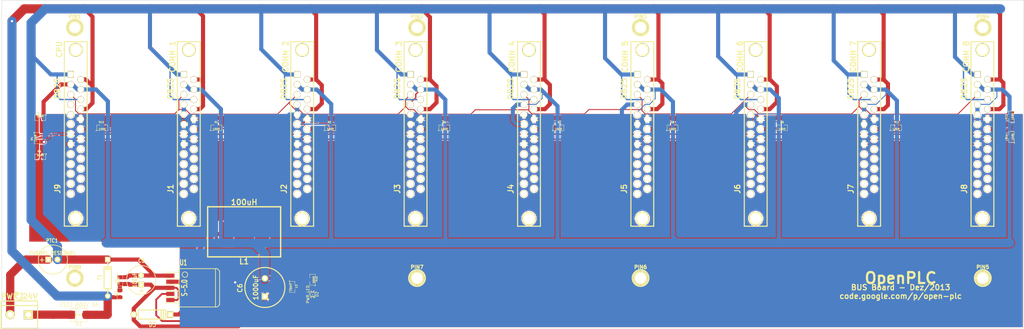
<source format=kicad_pcb>
(kicad_pcb (version 3) (host pcbnew "(2013-07-07 BZR 4022)-stable")
  (layers (15 F.Cu signal) (0 B.Cu signal) (18 B.Paste user) (19 F.Paste user) (20 B.SilkS user) (21 F.SilkS user) (22 B.Mask user) (23 F.Mask user) (28 Edge.Cuts user))
  (net 0 "")
  (net 1 +5V)
  (net 2 /24V)
  (net 3 /485_A)
  (net 4 /485_B)
  (net 5 /CPU_RESET)
  (net 6 /GND_24)
  (net 7 /GND_485)
  (net 8 GND)
  (net 9 N-000001)
  (net 10 N-0000011)
  (net 11 N-0000012)
  (net 12 N-0000013)
  (net 13 N-000002)
  (net 14 N-0000053)
  (net 15 N-0000088)
  (net 16 N-0000089)
  (net 17 N-0000090)
  (net 18 N-0000091)
  (net 19 N-0000092)
  (net 20 N-0000093)
  (net 21 N-0000094)
  (module TO263-5 (layer F.Cu) (at 53.7616 119.304 270)
    (fp_text reference U1 (at -7.036 -3.6424 360) (layer F.SilkS) (effects (font (size 1.524 1.016) (thickness 0.254))))
    (fp_text value S-5.0 (at 0 -3.937 270) (layer F.SilkS) (effects (font (size 1.524 1.016) (thickness 0.254))))
    (pad 2 smd rect (at -1.69926 0 270) (size 1.143 2.286) (layers F.Cu F.Paste F.Mask) (net 15 N-0000088))
    (pad 3 smd rect (at 0 -10.795 270) (size 10.80008 9.99998) (layers F.Cu F.Paste F.Mask) (net 8 GND))
    (pad 4 smd rect (at 1.69926 0 270) (size 1.143 2.286) (layers F.Cu F.Paste F.Mask) (net 1 +5V))
    (pad 3 smd rect (at 0 0 270) (size 1.143 2.286) (layers F.Cu F.Paste F.Mask) (net 8 GND))
    (pad 1 smd rect (at -3.40106 0 270) (size 1.143 2.286) (layers F.Cu F.Paste F.Mask) (net 2 /24V))
    (pad 5 smd rect (at 3.40106 0 270) (size 1.143 2.286) (layers F.Cu F.Paste F.Mask) (net 8 GND))
  )
  (module SM0805 (layer F.Cu) (at 66.548 74.676)
    (fp_text reference R1 (at 0 -1.524) (layer F.SilkS) (effects (font (size 0.50038 0.50038) (thickness 0.10922))))
    (fp_text value 100R (at 0 0.381) (layer F.SilkS) (effects (font (size 0.50038 0.50038) (thickness 0.10922))))
    (pad 1 smd rect (at -0.9525 0) (size 0.889 1.397) (layers F.Cu F.Paste F.Mask) (net 20 N-0000093))
    (pad 2 smd rect (at 0.9525 0) (size 0.889 1.397) (layers F.Cu F.Paste F.Mask) (net 7 /GND_485))
  )
  (module SM0805 (layer F.Cu) (at 93.327 117.036 90)
    (fp_text reference R10 (at 0.196 1.161 90) (layer F.SilkS) (effects (font (size 0.50038 0.50038) (thickness 0.10922))))
    (fp_text value 500R (at 0 0.381 90) (layer F.SilkS) (effects (font (size 0.50038 0.50038) (thickness 0.10922))))
    (pad 1 smd rect (at -0.9525 0 90) (size 0.889 1.397) (layers F.Cu F.Paste F.Mask) (net 18 N-0000091))
    (pad 2 smd rect (at 0.9525 0 90) (size 0.889 1.397) (layers F.Cu F.Paste F.Mask) (net 1 +5V))
  )
  (module SM0805 (layer F.Cu) (at 39.7205 120.98 270)
    (fp_text reference R13 (at -0.076 1.1125 270) (layer F.SilkS) (effects (font (size 0.50038 0.50038) (thickness 0.10922))))
    (fp_text value 0R (at 0 0.381 270) (layer F.SilkS) (effects (font (size 0.50038 0.50038) (thickness 0.10922))))
    (pad 1 smd rect (at -0.9525 0 270) (size 0.889 1.397) (layers F.Cu F.Paste F.Mask) (net 8 GND))
    (pad 2 smd rect (at 0.9525 0 270) (size 0.889 1.397) (layers F.Cu F.Paste F.Mask) (net 6 /GND_24))
  )
  (module SM0805 (layer F.Cu) (at 16.637 77.597 270)
    (fp_text reference R4 (at 0.127 1.397 270) (layer F.SilkS) (effects (font (size 0.50038 0.50038) (thickness 0.10922))))
    (fp_text value 120R (at 0 0.381 270) (layer F.SilkS) (effects (font (size 0.50038 0.50038) (thickness 0.10922))))
    (pad 1 smd rect (at -0.9525 0 270) (size 0.889 1.397) (layers F.Cu F.Paste F.Mask) (net 3 /485_A))
    (pad 2 smd rect (at 0.9525 0 270) (size 0.889 1.397) (layers F.Cu F.Paste F.Mask) (net 4 /485_B))
  )
  (module SM0805 (layer F.Cu) (at 17.526 71.882 180)
    (fp_text reference R3 (at 0.254 1.27 180) (layer F.SilkS) (effects (font (size 0.50038 0.50038) (thickness 0.10922))))
    (fp_text value 560R (at 0 0.381 180) (layer F.SilkS) (effects (font (size 0.50038 0.50038) (thickness 0.10922))))
    (pad 1 smd rect (at -0.9525 0 180) (size 0.889 1.397) (layers F.Cu F.Paste F.Mask) (net 1 +5V))
    (pad 2 smd rect (at 0.9525 0 180) (size 0.889 1.397) (layers F.Cu F.Paste F.Mask) (net 3 /485_A))
  )
  (module SM0805 (layer F.Cu) (at 17.5768 82.753 180)
    (fp_text reference R5 (at 0.3048 1.473 180) (layer F.SilkS) (effects (font (size 0.50038 0.50038) (thickness 0.10922))))
    (fp_text value 560R (at 0 0.381 180) (layer F.SilkS) (effects (font (size 0.50038 0.50038) (thickness 0.10922))))
    (pad 1 smd rect (at -0.9525 0 180) (size 0.889 1.397) (layers F.Cu F.Paste F.Mask) (net 8 GND))
    (pad 2 smd rect (at 0.9525 0 180) (size 0.889 1.397) (layers F.Cu F.Paste F.Mask) (net 4 /485_B))
  )
  (module SM0805 (layer F.Cu) (at 98.298 74.676)
    (fp_text reference R2 (at -0.254 -1.524) (layer F.SilkS) (effects (font (size 0.50038 0.50038) (thickness 0.10922))))
    (fp_text value 100R (at 0 0.381) (layer F.SilkS) (effects (font (size 0.50038 0.50038) (thickness 0.10922))))
    (pad 1 smd rect (at -0.9525 0) (size 0.889 1.397) (layers F.Cu F.Paste F.Mask) (net 9 N-000001))
    (pad 2 smd rect (at 0.9525 0) (size 0.889 1.397) (layers F.Cu F.Paste F.Mask) (net 7 /GND_485))
  )
  (module SM0805 (layer F.Cu) (at 130.048 74.676)
    (fp_text reference R6 (at 0 -1.524) (layer F.SilkS) (effects (font (size 0.50038 0.50038) (thickness 0.10922))))
    (fp_text value 100R (at 0 0.381) (layer F.SilkS) (effects (font (size 0.50038 0.50038) (thickness 0.10922))))
    (pad 1 smd rect (at -0.9525 0) (size 0.889 1.397) (layers F.Cu F.Paste F.Mask) (net 21 N-0000094))
    (pad 2 smd rect (at 0.9525 0) (size 0.889 1.397) (layers F.Cu F.Paste F.Mask) (net 7 /GND_485))
  )
  (module SM0805 (layer F.Cu) (at 193.548 74.676)
    (fp_text reference R8 (at 0 -1.524) (layer F.SilkS) (effects (font (size 0.50038 0.50038) (thickness 0.10922))))
    (fp_text value 100R (at 0 0.381) (layer F.SilkS) (effects (font (size 0.50038 0.50038) (thickness 0.10922))))
    (pad 1 smd rect (at -0.9525 0) (size 0.889 1.397) (layers F.Cu F.Paste F.Mask) (net 19 N-0000092))
    (pad 2 smd rect (at 0.9525 0) (size 0.889 1.397) (layers F.Cu F.Paste F.Mask) (net 7 /GND_485))
  )
  (module SM0805 (layer F.Cu) (at 255.778 74.676)
    (fp_text reference R11 (at 0.254 -1.524) (layer F.SilkS) (effects (font (size 0.50038 0.50038) (thickness 0.10922))))
    (fp_text value 100R (at 0 0.381) (layer F.SilkS) (effects (font (size 0.50038 0.50038) (thickness 0.10922))))
    (pad 1 smd rect (at -0.9525 0) (size 0.889 1.397) (layers F.Cu F.Paste F.Mask) (net 12 N-0000013))
    (pad 2 smd rect (at 0.9525 0) (size 0.889 1.397) (layers F.Cu F.Paste F.Mask) (net 7 /GND_485))
  )
  (module SM0805 (layer F.Cu) (at 161.798 74.676)
    (fp_text reference R7 (at 0.254 -1.524) (layer F.SilkS) (effects (font (size 0.50038 0.50038) (thickness 0.10922))))
    (fp_text value 100R (at 0 0.381) (layer F.SilkS) (effects (font (size 0.50038 0.50038) (thickness 0.10922))))
    (pad 1 smd rect (at -0.9525 0) (size 0.889 1.397) (layers F.Cu F.Paste F.Mask) (net 11 N-0000012))
    (pad 2 smd rect (at 0.9525 0) (size 0.889 1.397) (layers F.Cu F.Paste F.Mask) (net 7 /GND_485))
  )
  (module SM0805 (layer F.Cu) (at 224.028 74.676)
    (fp_text reference R9 (at 0 -1.524) (layer F.SilkS) (effects (font (size 0.50038 0.50038) (thickness 0.10922))))
    (fp_text value 100R (at 0 0.381) (layer F.SilkS) (effects (font (size 0.50038 0.50038) (thickness 0.10922))))
    (pad 1 smd rect (at -0.9525 0) (size 0.889 1.397) (layers F.Cu F.Paste F.Mask) (net 13 N-000002))
    (pad 2 smd rect (at 0.9525 0) (size 0.889 1.397) (layers F.Cu F.Paste F.Mask) (net 7 /GND_485))
  )
  (module SM0805 (layer F.Cu) (at 287.873 71.531 90)
    (fp_text reference R12 (at -0.097 -1.361 90) (layer F.SilkS) (effects (font (size 0.50038 0.50038) (thickness 0.10922))))
    (fp_text value 100R (at 0 0.381 90) (layer F.SilkS) (effects (font (size 0.50038 0.50038) (thickness 0.10922))))
    (pad 1 smd rect (at -0.9525 0 90) (size 0.889 1.397) (layers F.Cu F.Paste F.Mask) (net 10 N-0000011))
    (pad 2 smd rect (at 0.9525 0 90) (size 0.889 1.397) (layers F.Cu F.Paste F.Mask) (net 7 /GND_485))
  )
  (module SM0805 (layer F.Cu) (at 87.681 119.08 270)
    (fp_text reference C2 (at -0.208 -1.219 270) (layer F.SilkS) (effects (font (size 0.50038 0.50038) (thickness 0.10922))))
    (fp_text value 100nF (at 0 0.381 270) (layer F.SilkS) (effects (font (size 0.50038 0.50038) (thickness 0.10922))))
    (pad 1 smd rect (at -0.9525 0 270) (size 0.889 1.397) (layers F.Cu F.Paste F.Mask) (net 1 +5V))
    (pad 2 smd rect (at 0.9525 0 270) (size 0.889 1.397) (layers F.Cu F.Paste F.Mask) (net 8 GND))
  )
  (module SM0805 (layer F.Cu) (at 287.929 77.231 90)
    (fp_text reference R14 (at 0.015 -1.417 90) (layer F.SilkS) (effects (font (size 0.50038 0.50038) (thickness 0.10922))))
    (fp_text value 120R (at 0 0.381 90) (layer F.SilkS) (effects (font (size 0.50038 0.50038) (thickness 0.10922))))
    (pad 1 smd rect (at -0.9525 0 90) (size 0.889 1.397) (layers F.Cu F.Paste F.Mask) (net 3 /485_A))
    (pad 2 smd rect (at 0.9525 0 90) (size 0.889 1.397) (layers F.Cu F.Paste F.Mask) (net 4 /485_B))
  )
  (module SM0805 (layer F.Cu) (at 39.7459 117.297 270)
    (fp_text reference C1 (at 0.051 1.1379 270) (layer F.SilkS) (effects (font (size 0.50038 0.50038) (thickness 0.10922))))
    (fp_text value 100nF (at 0 0.381 270) (layer F.SilkS) (effects (font (size 0.50038 0.50038) (thickness 0.10922))))
    (pad 1 smd rect (at -0.9525 0 270) (size 0.889 1.397) (layers F.Cu F.Paste F.Mask) (net 2 /24V))
    (pad 2 smd rect (at 0.9525 0 270) (size 0.889 1.397) (layers F.Cu F.Paste F.Mask) (net 8 GND))
  )
  (module LED-0805 (layer F.Cu) (at 93.327 121.112 270)
    (fp_text reference D2 (at 0 -1.27 270) (layer F.SilkS) (effects (font (size 0.762 0.762) (thickness 0.127))))
    (fp_text value PWR_LED (at 0 1.27 270) (layer F.SilkS) (effects (font (size 0.762 0.762) (thickness 0.127))))
    (pad 1 smd rect (at -1.04902 0 270) (size 1.19888 1.19888) (layers F.Cu F.Paste F.Mask) (net 18 N-0000091))
    (pad 2 smd rect (at 1.04902 0 270) (size 1.19888 1.19888) (layers F.Cu F.Paste F.Mask) (net 8 GND))
  )
  (module DO-41 (layer F.Cu) (at 36.3271 116.51 90)
    (fp_text reference T1 (at 0.178 -2.2911 90) (layer F.SilkS) (effects (font (size 1.016 1.016) (thickness 0.2032))))
    (fp_text value TRANSORB hide)
    (pad 2 thru_hole rect (at 5.08 0 90) (size 1.524 1.524) (drill 0.889) (layers *.Cu *.Mask F.SilkS) (net 2 /24V))
    (pad 1 thru_hole circle (at -5.08 0 90) (size 1.524 1.524) (drill 0.889) (layers *.Cu *.Mask F.SilkS) (net 6 /GND_24))
  )
  (module D4 (layer F.Cu) (at 48.6613 126.746)
    (fp_text reference D3 (at 0.1067 2.794) (layer F.SilkS) (effects (font (size 1.27 1.016) (thickness 0.2032))))
    (fp_text value 1N5822 hide)
    (pad 1 thru_hole circle (at -5.08 0) (size 1.778 1.778) (drill 1.016) (layers *.Cu *.Mask F.SilkS) (net 8 GND))
    (pad 2 thru_hole rect (at 5.08 0) (size 1.778 1.778) (drill 1.016) (layers *.Cu *.Mask F.SilkS) (net 15 N-0000088))
  )
  (module C1V8 (layer F.Cu) (at 45.6387 117.145 90)
    (fp_text reference C5 (at 5.385 0.0813 180) (layer F.SilkS) (effects (font (size 1.016 0.889) (thickness 0.2032))))
    (fp_text value 100uF (at 0 -1.77546 90) (layer F.SilkS) (effects (font (size 1.016 0.889) (thickness 0.2032))))
    (fp_text user + (at -3.04546 0 90) (layer F.SilkS) (effects (font (size 1.524 1.524) (thickness 0.2032))))
    (pad 1 thru_hole rect (at -1.27 0 90) (size 1.651 1.651) (drill 0.8128) (layers *.Cu *.Mask F.SilkS) (net 8 GND))
    (pad 2 thru_hole circle (at 1.27 0 90) (size 1.651 1.651) (drill 0.8128) (layers *.Cu *.Mask F.SilkS) (net 2 /24V))
  )
  (module C1V8 (layer F.Cu) (at 21.0718 111.425)
    (fp_text reference PTC1 (at -0.2438 -5.253) (layer F.SilkS) (effects (font (size 1.016 0.889) (thickness 0.2032))))
    (fp_text value FUSIVEL_RESETAVEL (at 0 -1.77546) (layer F.SilkS) (effects (font (size 1.016 0.889) (thickness 0.2032))))
    (fp_text user + (at -3.04546 0) (layer F.SilkS) (effects (font (size 1.524 1.524) (thickness 0.2032))))
    (pad 1 thru_hole rect (at -1.27 0) (size 1.651 1.651) (drill 0.8128) (layers *.Cu *.Mask F.SilkS) (net 16 N-0000089))
    (pad 2 thru_hole circle (at 1.27 0) (size 1.651 1.651) (drill 0.8128) (layers *.Cu *.Mask F.SilkS) (net 2 /24V))
  )
  (module bornier2 (layer F.Cu) (at 11.7325 126.787 180)
    (fp_text reference P1 (at 0.0485 5.375 180) (layer F.SilkS) (effects (font (size 1.524 1.524) (thickness 0.3048))))
    (fp_text value PWR_24V (at 0 5.08 180) (layer F.SilkS) (effects (font (size 1.524 1.524) (thickness 0.3048))))
    (pad 1 thru_hole rect (at -2.54 0 180) (size 2.54 2.54) (drill 1.524) (layers *.Cu *.Mask F.SilkS) (net 17 N-0000090))
    (pad 2 thru_hole circle (at 2.54 0 180) (size 2.54 2.54) (drill 1.524) (layers *.Cu *.Mask F.SilkS) (net 16 N-0000089))
  )
  (module C2V10 (layer F.Cu) (at 80.081 119.202 90)
    (fp_text reference C6 (at -0.178 -6.929 90) (layer F.SilkS) (effects (font (size 1.27 1.27) (thickness 0.254))))
    (fp_text value 1000uF (at 0 -2.54 90) (layer F.SilkS) (effects (font (size 1.27 1.27) (thickness 0.254))))
    (pad 1 thru_hole rect (at -2.54 0 90) (size 1.778 1.778) (drill 1.016) (layers *.Cu *.Mask F.SilkS) (net 8 GND))
    (pad 2 thru_hole circle (at 2.54 0 90) (size 1.778 1.778) (drill 1.016) (layers *.Cu *.Mask F.SilkS) (net 1 +5V))
  )
  (module DB25_Large (layer F.Cu) (at 58.9055 76.474 90)
    (fp_text reference J1 (at -15.24 -5.08 90) (layer F.SilkS) (effects (font (size 1.524 1.524) (thickness 0.3048))))
    (fp_text value DB25 (at 12.7 -5.08 90) (layer F.SilkS) (effects (font (size 1.524 1.524) (thickness 0.3048))))
    (pad 0 thru_hole circle (at -23.495 0 90) (size 3.81 3.81) (drill 3.048) (layers *.Cu *.Mask F.SilkS))
    (pad 0 thru_hole circle (at 23.495 0 90) (size 3.81 3.81) (drill 3.048) (layers *.Cu *.Mask F.SilkS))
    (pad 1 thru_hole rect (at 16.637 -1.397 90) (size 1.8 1.8) (drill 1.6) (layers *.Cu *.Mask F.SilkS) (net 2 /24V) (clearance 0.1))
    (pad 2 thru_hole circle (at 13.843 -1.397 90) (size 1.9 1.9) (drill 1.6) (layers *.Cu *.Mask F.SilkS) (net 1 +5V) (clearance 0.1))
    (pad 3 thru_hole circle (at 11.049 -1.397 90) (size 1.9 1.9) (drill 1.6) (layers *.Cu *.Mask F.SilkS) (net 5 /CPU_RESET) (clearance 0.1))
    (pad 4 thru_hole circle (at 8.255 -1.397 90) (size 1.9 1.9) (drill 1.6) (layers *.Cu *.Mask F.SilkS) (net 8 GND) (clearance 0.1))
    (pad 5 thru_hole circle (at 5.461 -1.397 90) (size 1.9 1.9) (drill 1.6) (layers *.Cu *.Mask F.SilkS) (net 8 GND) (clearance 0.1))
    (pad 6 thru_hole circle (at 2.794 -1.397 90) (size 1.9 1.9) (drill 1.6) (layers *.Cu *.Mask F.SilkS) (net 8 GND) (clearance 0.1))
    (pad 7 thru_hole circle (at 0 -1.397 90) (size 1.9 1.9) (drill 1.6) (layers *.Cu *.Mask F.SilkS) (net 4 /485_B) (clearance 0.1))
    (pad 8 thru_hole circle (at -2.794 -1.397 90) (size 1.9 1.9) (drill 1.6) (layers *.Cu *.Mask F.SilkS) (net 8 GND) (clearance 0.1))
    (pad 9 thru_hole circle (at -5.588 -1.397 90) (size 1.9 1.9) (drill 1.6) (layers *.Cu *.Mask F.SilkS) (clearance 0.1))
    (pad 10 thru_hole circle (at -8.382 -1.397 90) (size 1.9 1.9) (drill 1.6) (layers *.Cu *.Mask F.SilkS) (clearance 0.1))
    (pad 11 thru_hole circle (at -11.049 -1.397 90) (size 1.9 1.9) (drill 1.6) (layers *.Cu *.Mask F.SilkS) (clearance 0.1))
    (pad 12 thru_hole circle (at -13.843 -1.397 90) (size 1.9 1.9) (drill 1.6) (layers *.Cu *.Mask F.SilkS) (clearance 0.1))
    (pad 13 thru_hole circle (at -16.637 -1.397 90) (size 1.9 1.9) (drill 1.6) (layers *.Cu *.Mask F.SilkS) (clearance 0.1))
    (pad 14 thru_hole circle (at 15.24 1.397 90) (size 1.9 1.9) (drill 1.6) (layers *.Cu *.Mask F.SilkS) (net 6 /GND_24) (clearance 0.1))
    (pad 15 thru_hole circle (at 12.446 1.397 90) (size 1.9 1.9) (drill 1.6) (layers *.Cu *.Mask F.SilkS) (net 1 +5V) (clearance 0.1))
    (pad 16 thru_hole circle (at 9.652 1.397 90) (size 1.9 1.9) (drill 1.6) (layers *.Cu *.Mask F.SilkS) (net 2 /24V) (clearance 0.1))
    (pad 17 thru_hole circle (at 6.985 1.397 90) (size 1.9 1.9) (drill 1.6) (layers *.Cu *.Mask F.SilkS) (net 6 /GND_24) (clearance 0.1))
    (pad 18 thru_hole circle (at 4.191 1.397 90) (size 1.9 1.9) (drill 1.6) (layers *.Cu *.Mask F.SilkS) (net 8 GND) (clearance 0.1))
    (pad 19 thru_hole circle (at 1.397 1.397 90) (size 1.9 1.9) (drill 1.6) (layers *.Cu *.Mask F.SilkS) (net 20 N-0000093) (clearance 0.1))
    (pad 20 thru_hole circle (at -1.397 1.397 90) (size 1.9 1.9) (drill 1.6) (layers *.Cu *.Mask F.SilkS) (net 3 /485_A) (clearance 0.1))
    (pad 21 thru_hole circle (at -4.191 1.397 90) (size 1.9 1.9) (drill 1.6) (layers *.Cu *.Mask F.SilkS) (clearance 0.1))
    (pad 22 thru_hole circle (at -6.858 1.397 90) (size 1.9 1.9) (drill 1.6) (layers *.Cu *.Mask F.SilkS) (clearance 0.1))
    (pad 23 thru_hole circle (at -9.652 1.397 90) (size 1.9 1.9) (drill 1.6) (layers *.Cu *.Mask F.SilkS) (clearance 0.1))
    (pad 24 thru_hole circle (at -12.446 1.397 90) (size 1.9 1.9) (drill 1.6) (layers *.Cu *.Mask F.SilkS) (clearance 0.1))
    (pad 25 thru_hole circle (at -15.24 1.397 90) (size 1.9 1.9) (drill 1.6) (layers *.Cu *.Mask F.SilkS) (clearance 0.1))
  )
  (module DB25_Large (layer F.Cu) (at 153.597 76.474 90)
    (fp_text reference J4 (at -15.24 -5.08 90) (layer F.SilkS) (effects (font (size 1.524 1.524) (thickness 0.3048))))
    (fp_text value DB25 (at 12.7 -5.08 90) (layer F.SilkS) (effects (font (size 1.524 1.524) (thickness 0.3048))))
    (pad 0 thru_hole circle (at -23.495 0 90) (size 3.81 3.81) (drill 3.048) (layers *.Cu *.Mask F.SilkS))
    (pad 0 thru_hole circle (at 23.495 0 90) (size 3.81 3.81) (drill 3.048) (layers *.Cu *.Mask F.SilkS))
    (pad 1 thru_hole rect (at 16.637 -1.397 90) (size 1.8 1.8) (drill 1.6) (layers *.Cu *.Mask F.SilkS) (net 2 /24V) (clearance 0.1))
    (pad 2 thru_hole circle (at 13.843 -1.397 90) (size 1.9 1.9) (drill 1.6) (layers *.Cu *.Mask F.SilkS) (net 1 +5V) (clearance 0.1))
    (pad 3 thru_hole circle (at 11.049 -1.397 90) (size 1.9 1.9) (drill 1.6) (layers *.Cu *.Mask F.SilkS) (net 5 /CPU_RESET) (clearance 0.1))
    (pad 4 thru_hole circle (at 8.255 -1.397 90) (size 1.9 1.9) (drill 1.6) (layers *.Cu *.Mask F.SilkS) (net 1 +5V) (clearance 0.1))
    (pad 5 thru_hole circle (at 5.461 -1.397 90) (size 1.9 1.9) (drill 1.6) (layers *.Cu *.Mask F.SilkS) (net 8 GND) (clearance 0.1))
    (pad 6 thru_hole circle (at 2.794 -1.397 90) (size 1.9 1.9) (drill 1.6) (layers *.Cu *.Mask F.SilkS) (net 1 +5V) (clearance 0.1))
    (pad 7 thru_hole circle (at 0 -1.397 90) (size 1.9 1.9) (drill 1.6) (layers *.Cu *.Mask F.SilkS) (net 4 /485_B) (clearance 0.1))
    (pad 8 thru_hole circle (at -2.794 -1.397 90) (size 1.9 1.9) (drill 1.6) (layers *.Cu *.Mask F.SilkS) (net 8 GND) (clearance 0.1))
    (pad 9 thru_hole circle (at -5.588 -1.397 90) (size 1.9 1.9) (drill 1.6) (layers *.Cu *.Mask F.SilkS) (clearance 0.1))
    (pad 10 thru_hole circle (at -8.382 -1.397 90) (size 1.9 1.9) (drill 1.6) (layers *.Cu *.Mask F.SilkS) (clearance 0.1))
    (pad 11 thru_hole circle (at -11.049 -1.397 90) (size 1.9 1.9) (drill 1.6) (layers *.Cu *.Mask F.SilkS) (clearance 0.1))
    (pad 12 thru_hole circle (at -13.843 -1.397 90) (size 1.9 1.9) (drill 1.6) (layers *.Cu *.Mask F.SilkS) (clearance 0.1))
    (pad 13 thru_hole circle (at -16.637 -1.397 90) (size 1.9 1.9) (drill 1.6) (layers *.Cu *.Mask F.SilkS) (clearance 0.1))
    (pad 14 thru_hole circle (at 15.24 1.397 90) (size 1.9 1.9) (drill 1.6) (layers *.Cu *.Mask F.SilkS) (net 6 /GND_24) (clearance 0.1))
    (pad 15 thru_hole circle (at 12.446 1.397 90) (size 1.9 1.9) (drill 1.6) (layers *.Cu *.Mask F.SilkS) (net 1 +5V) (clearance 0.1))
    (pad 16 thru_hole circle (at 9.652 1.397 90) (size 1.9 1.9) (drill 1.6) (layers *.Cu *.Mask F.SilkS) (net 2 /24V) (clearance 0.1))
    (pad 17 thru_hole circle (at 6.985 1.397 90) (size 1.9 1.9) (drill 1.6) (layers *.Cu *.Mask F.SilkS) (net 6 /GND_24) (clearance 0.1))
    (pad 18 thru_hole circle (at 4.191 1.397 90) (size 1.9 1.9) (drill 1.6) (layers *.Cu *.Mask F.SilkS) (net 8 GND) (clearance 0.1))
    (pad 19 thru_hole circle (at 1.397 1.397 90) (size 1.9 1.9) (drill 1.6) (layers *.Cu *.Mask F.SilkS) (net 11 N-0000012) (clearance 0.1))
    (pad 20 thru_hole circle (at -1.397 1.397 90) (size 1.9 1.9) (drill 1.6) (layers *.Cu *.Mask F.SilkS) (net 3 /485_A) (clearance 0.1))
    (pad 21 thru_hole circle (at -4.191 1.397 90) (size 1.9 1.9) (drill 1.6) (layers *.Cu *.Mask F.SilkS) (clearance 0.1))
    (pad 22 thru_hole circle (at -6.858 1.397 90) (size 1.9 1.9) (drill 1.6) (layers *.Cu *.Mask F.SilkS) (clearance 0.1))
    (pad 23 thru_hole circle (at -9.652 1.397 90) (size 1.9 1.9) (drill 1.6) (layers *.Cu *.Mask F.SilkS) (clearance 0.1))
    (pad 24 thru_hole circle (at -12.446 1.397 90) (size 1.9 1.9) (drill 1.6) (layers *.Cu *.Mask F.SilkS) (clearance 0.1))
    (pad 25 thru_hole circle (at -15.24 1.397 90) (size 1.9 1.9) (drill 1.6) (layers *.Cu *.Mask F.SilkS) (clearance 0.1))
  )
  (module DB25_Large (layer F.Cu) (at 216.703 76.474 90)
    (fp_text reference J6 (at -15.24 -5.08 90) (layer F.SilkS) (effects (font (size 1.524 1.524) (thickness 0.3048))))
    (fp_text value DB25 (at 12.7 -5.08 90) (layer F.SilkS) (effects (font (size 1.524 1.524) (thickness 0.3048))))
    (pad 0 thru_hole circle (at -23.495 0 90) (size 3.81 3.81) (drill 3.048) (layers *.Cu *.Mask F.SilkS))
    (pad 0 thru_hole circle (at 23.495 0 90) (size 3.81 3.81) (drill 3.048) (layers *.Cu *.Mask F.SilkS))
    (pad 1 thru_hole rect (at 16.637 -1.397 90) (size 1.8 1.8) (drill 1.6) (layers *.Cu *.Mask F.SilkS) (net 2 /24V) (clearance 0.1))
    (pad 2 thru_hole circle (at 13.843 -1.397 90) (size 1.9 1.9) (drill 1.6) (layers *.Cu *.Mask F.SilkS) (net 1 +5V) (clearance 0.1))
    (pad 3 thru_hole circle (at 11.049 -1.397 90) (size 1.9 1.9) (drill 1.6) (layers *.Cu *.Mask F.SilkS) (net 5 /CPU_RESET) (clearance 0.1))
    (pad 4 thru_hole circle (at 8.255 -1.397 90) (size 1.9 1.9) (drill 1.6) (layers *.Cu *.Mask F.SilkS) (net 8 GND) (clearance 0.1))
    (pad 5 thru_hole circle (at 5.461 -1.397 90) (size 1.9 1.9) (drill 1.6) (layers *.Cu *.Mask F.SilkS) (net 1 +5V) (clearance 0.1))
    (pad 6 thru_hole circle (at 2.794 -1.397 90) (size 1.9 1.9) (drill 1.6) (layers *.Cu *.Mask F.SilkS) (net 1 +5V) (clearance 0.1))
    (pad 7 thru_hole circle (at 0 -1.397 90) (size 1.9 1.9) (drill 1.6) (layers *.Cu *.Mask F.SilkS) (net 4 /485_B) (clearance 0.1))
    (pad 8 thru_hole circle (at -2.794 -1.397 90) (size 1.9 1.9) (drill 1.6) (layers *.Cu *.Mask F.SilkS) (net 8 GND) (clearance 0.1))
    (pad 9 thru_hole circle (at -5.588 -1.397 90) (size 1.9 1.9) (drill 1.6) (layers *.Cu *.Mask F.SilkS) (clearance 0.1))
    (pad 10 thru_hole circle (at -8.382 -1.397 90) (size 1.9 1.9) (drill 1.6) (layers *.Cu *.Mask F.SilkS) (clearance 0.1))
    (pad 11 thru_hole circle (at -11.049 -1.397 90) (size 1.9 1.9) (drill 1.6) (layers *.Cu *.Mask F.SilkS) (clearance 0.1))
    (pad 12 thru_hole circle (at -13.843 -1.397 90) (size 1.9 1.9) (drill 1.6) (layers *.Cu *.Mask F.SilkS) (clearance 0.1))
    (pad 13 thru_hole circle (at -16.637 -1.397 90) (size 1.9 1.9) (drill 1.6) (layers *.Cu *.Mask F.SilkS) (clearance 0.1))
    (pad 14 thru_hole circle (at 15.24 1.397 90) (size 1.9 1.9) (drill 1.6) (layers *.Cu *.Mask F.SilkS) (net 6 /GND_24) (clearance 0.1))
    (pad 15 thru_hole circle (at 12.446 1.397 90) (size 1.9 1.9) (drill 1.6) (layers *.Cu *.Mask F.SilkS) (net 1 +5V) (clearance 0.1))
    (pad 16 thru_hole circle (at 9.652 1.397 90) (size 1.9 1.9) (drill 1.6) (layers *.Cu *.Mask F.SilkS) (net 2 /24V) (clearance 0.1))
    (pad 17 thru_hole circle (at 6.985 1.397 90) (size 1.9 1.9) (drill 1.6) (layers *.Cu *.Mask F.SilkS) (net 6 /GND_24) (clearance 0.1))
    (pad 18 thru_hole circle (at 4.191 1.397 90) (size 1.9 1.9) (drill 1.6) (layers *.Cu *.Mask F.SilkS) (net 8 GND) (clearance 0.1))
    (pad 19 thru_hole circle (at 1.397 1.397 90) (size 1.9 1.9) (drill 1.6) (layers *.Cu *.Mask F.SilkS) (net 13 N-000002) (clearance 0.1))
    (pad 20 thru_hole circle (at -1.397 1.397 90) (size 1.9 1.9) (drill 1.6) (layers *.Cu *.Mask F.SilkS) (net 3 /485_A) (clearance 0.1))
    (pad 21 thru_hole circle (at -4.191 1.397 90) (size 1.9 1.9) (drill 1.6) (layers *.Cu *.Mask F.SilkS) (clearance 0.1))
    (pad 22 thru_hole circle (at -6.858 1.397 90) (size 1.9 1.9) (drill 1.6) (layers *.Cu *.Mask F.SilkS) (clearance 0.1))
    (pad 23 thru_hole circle (at -9.652 1.397 90) (size 1.9 1.9) (drill 1.6) (layers *.Cu *.Mask F.SilkS) (clearance 0.1))
    (pad 24 thru_hole circle (at -12.446 1.397 90) (size 1.9 1.9) (drill 1.6) (layers *.Cu *.Mask F.SilkS) (clearance 0.1))
    (pad 25 thru_hole circle (at -15.24 1.397 90) (size 1.9 1.9) (drill 1.6) (layers *.Cu *.Mask F.SilkS) (clearance 0.1))
  )
  (module DB25_Large (layer F.Cu) (at 279.822 76.474 90)
    (fp_text reference J8 (at -15.24 -5.08 90) (layer F.SilkS) (effects (font (size 1.524 1.524) (thickness 0.3048))))
    (fp_text value DB25 (at 12.7 -5.08 90) (layer F.SilkS) (effects (font (size 1.524 1.524) (thickness 0.3048))))
    (pad 0 thru_hole circle (at -23.495 0 90) (size 3.81 3.81) (drill 3.048) (layers *.Cu *.Mask F.SilkS))
    (pad 0 thru_hole circle (at 23.495 0 90) (size 3.81 3.81) (drill 3.048) (layers *.Cu *.Mask F.SilkS))
    (pad 1 thru_hole rect (at 16.637 -1.397 90) (size 1.8 1.8) (drill 1.6) (layers *.Cu *.Mask F.SilkS) (net 2 /24V) (clearance 0.1))
    (pad 2 thru_hole circle (at 13.843 -1.397 90) (size 1.9 1.9) (drill 1.6) (layers *.Cu *.Mask F.SilkS) (net 1 +5V) (clearance 0.1))
    (pad 3 thru_hole circle (at 11.049 -1.397 90) (size 1.9 1.9) (drill 1.6) (layers *.Cu *.Mask F.SilkS) (net 5 /CPU_RESET) (clearance 0.1))
    (pad 4 thru_hole circle (at 8.255 -1.397 90) (size 1.9 1.9) (drill 1.6) (layers *.Cu *.Mask F.SilkS) (net 1 +5V) (clearance 0.1))
    (pad 5 thru_hole circle (at 5.461 -1.397 90) (size 1.9 1.9) (drill 1.6) (layers *.Cu *.Mask F.SilkS) (net 1 +5V) (clearance 0.1))
    (pad 6 thru_hole circle (at 2.794 -1.397 90) (size 1.9 1.9) (drill 1.6) (layers *.Cu *.Mask F.SilkS) (net 1 +5V) (clearance 0.1))
    (pad 7 thru_hole circle (at 0 -1.397 90) (size 1.9 1.9) (drill 1.6) (layers *.Cu *.Mask F.SilkS) (net 4 /485_B) (clearance 0.1))
    (pad 8 thru_hole circle (at -2.794 -1.397 90) (size 1.9 1.9) (drill 1.6) (layers *.Cu *.Mask F.SilkS) (net 8 GND) (clearance 0.1))
    (pad 9 thru_hole circle (at -5.588 -1.397 90) (size 1.9 1.9) (drill 1.6) (layers *.Cu *.Mask F.SilkS) (clearance 0.1))
    (pad 10 thru_hole circle (at -8.382 -1.397 90) (size 1.9 1.9) (drill 1.6) (layers *.Cu *.Mask F.SilkS) (clearance 0.1))
    (pad 11 thru_hole circle (at -11.049 -1.397 90) (size 1.9 1.9) (drill 1.6) (layers *.Cu *.Mask F.SilkS) (clearance 0.1))
    (pad 12 thru_hole circle (at -13.843 -1.397 90) (size 1.9 1.9) (drill 1.6) (layers *.Cu *.Mask F.SilkS) (clearance 0.1))
    (pad 13 thru_hole circle (at -16.637 -1.397 90) (size 1.9 1.9) (drill 1.6) (layers *.Cu *.Mask F.SilkS) (clearance 0.1))
    (pad 14 thru_hole circle (at 15.24 1.397 90) (size 1.9 1.9) (drill 1.6) (layers *.Cu *.Mask F.SilkS) (net 6 /GND_24) (clearance 0.1))
    (pad 15 thru_hole circle (at 12.446 1.397 90) (size 1.9 1.9) (drill 1.6) (layers *.Cu *.Mask F.SilkS) (net 1 +5V) (clearance 0.1))
    (pad 16 thru_hole circle (at 9.652 1.397 90) (size 1.9 1.9) (drill 1.6) (layers *.Cu *.Mask F.SilkS) (net 2 /24V) (clearance 0.1))
    (pad 17 thru_hole circle (at 6.985 1.397 90) (size 1.9 1.9) (drill 1.6) (layers *.Cu *.Mask F.SilkS) (net 6 /GND_24) (clearance 0.1))
    (pad 18 thru_hole circle (at 4.191 1.397 90) (size 1.9 1.9) (drill 1.6) (layers *.Cu *.Mask F.SilkS) (net 8 GND) (clearance 0.1))
    (pad 19 thru_hole circle (at 1.397 1.397 90) (size 1.9 1.9) (drill 1.6) (layers *.Cu *.Mask F.SilkS) (net 10 N-0000011) (clearance 0.1))
    (pad 20 thru_hole circle (at -1.397 1.397 90) (size 1.9 1.9) (drill 1.6) (layers *.Cu *.Mask F.SilkS) (net 3 /485_A) (clearance 0.1))
    (pad 21 thru_hole circle (at -4.191 1.397 90) (size 1.9 1.9) (drill 1.6) (layers *.Cu *.Mask F.SilkS) (clearance 0.1))
    (pad 22 thru_hole circle (at -6.858 1.397 90) (size 1.9 1.9) (drill 1.6) (layers *.Cu *.Mask F.SilkS) (clearance 0.1))
    (pad 23 thru_hole circle (at -9.652 1.397 90) (size 1.9 1.9) (drill 1.6) (layers *.Cu *.Mask F.SilkS) (clearance 0.1))
    (pad 24 thru_hole circle (at -12.446 1.397 90) (size 1.9 1.9) (drill 1.6) (layers *.Cu *.Mask F.SilkS) (clearance 0.1))
    (pad 25 thru_hole circle (at -15.24 1.397 90) (size 1.9 1.9) (drill 1.6) (layers *.Cu *.Mask F.SilkS) (clearance 0.1))
  )
  (module DB25_Large (layer F.Cu) (at 248.275 76.474 90)
    (fp_text reference J7 (at -15.24 -5.08 90) (layer F.SilkS) (effects (font (size 1.524 1.524) (thickness 0.3048))))
    (fp_text value DB25 (at 12.7 -5.08 90) (layer F.SilkS) (effects (font (size 1.524 1.524) (thickness 0.3048))))
    (pad 0 thru_hole circle (at -23.495 0 90) (size 3.81 3.81) (drill 3.048) (layers *.Cu *.Mask F.SilkS))
    (pad 0 thru_hole circle (at 23.495 0 90) (size 3.81 3.81) (drill 3.048) (layers *.Cu *.Mask F.SilkS))
    (pad 1 thru_hole rect (at 16.637 -1.397 90) (size 1.8 1.8) (drill 1.6) (layers *.Cu *.Mask F.SilkS) (net 2 /24V) (clearance 0.1))
    (pad 2 thru_hole circle (at 13.843 -1.397 90) (size 1.9 1.9) (drill 1.6) (layers *.Cu *.Mask F.SilkS) (net 1 +5V) (clearance 0.1))
    (pad 3 thru_hole circle (at 11.049 -1.397 90) (size 1.9 1.9) (drill 1.6) (layers *.Cu *.Mask F.SilkS) (net 5 /CPU_RESET) (clearance 0.1))
    (pad 4 thru_hole circle (at 8.255 -1.397 90) (size 1.9 1.9) (drill 1.6) (layers *.Cu *.Mask F.SilkS) (net 1 +5V) (clearance 0.1))
    (pad 5 thru_hole circle (at 5.461 -1.397 90) (size 1.9 1.9) (drill 1.6) (layers *.Cu *.Mask F.SilkS) (net 1 +5V) (clearance 0.1))
    (pad 6 thru_hole circle (at 2.794 -1.397 90) (size 1.9 1.9) (drill 1.6) (layers *.Cu *.Mask F.SilkS) (net 8 GND) (clearance 0.1))
    (pad 7 thru_hole circle (at 0 -1.397 90) (size 1.9 1.9) (drill 1.6) (layers *.Cu *.Mask F.SilkS) (net 4 /485_B) (clearance 0.1))
    (pad 8 thru_hole circle (at -2.794 -1.397 90) (size 1.9 1.9) (drill 1.6) (layers *.Cu *.Mask F.SilkS) (net 8 GND) (clearance 0.1))
    (pad 9 thru_hole circle (at -5.588 -1.397 90) (size 1.9 1.9) (drill 1.6) (layers *.Cu *.Mask F.SilkS) (clearance 0.1))
    (pad 10 thru_hole circle (at -8.382 -1.397 90) (size 1.9 1.9) (drill 1.6) (layers *.Cu *.Mask F.SilkS) (clearance 0.1))
    (pad 11 thru_hole circle (at -11.049 -1.397 90) (size 1.9 1.9) (drill 1.6) (layers *.Cu *.Mask F.SilkS) (clearance 0.1))
    (pad 12 thru_hole circle (at -13.843 -1.397 90) (size 1.9 1.9) (drill 1.6) (layers *.Cu *.Mask F.SilkS) (clearance 0.1))
    (pad 13 thru_hole circle (at -16.637 -1.397 90) (size 1.9 1.9) (drill 1.6) (layers *.Cu *.Mask F.SilkS) (clearance 0.1))
    (pad 14 thru_hole circle (at 15.24 1.397 90) (size 1.9 1.9) (drill 1.6) (layers *.Cu *.Mask F.SilkS) (net 6 /GND_24) (clearance 0.1))
    (pad 15 thru_hole circle (at 12.446 1.397 90) (size 1.9 1.9) (drill 1.6) (layers *.Cu *.Mask F.SilkS) (net 1 +5V) (clearance 0.1))
    (pad 16 thru_hole circle (at 9.652 1.397 90) (size 1.9 1.9) (drill 1.6) (layers *.Cu *.Mask F.SilkS) (net 2 /24V) (clearance 0.1))
    (pad 17 thru_hole circle (at 6.985 1.397 90) (size 1.9 1.9) (drill 1.6) (layers *.Cu *.Mask F.SilkS) (net 6 /GND_24) (clearance 0.1))
    (pad 18 thru_hole circle (at 4.191 1.397 90) (size 1.9 1.9) (drill 1.6) (layers *.Cu *.Mask F.SilkS) (net 8 GND) (clearance 0.1))
    (pad 19 thru_hole circle (at 1.397 1.397 90) (size 1.9 1.9) (drill 1.6) (layers *.Cu *.Mask F.SilkS) (net 12 N-0000013) (clearance 0.1))
    (pad 20 thru_hole circle (at -1.397 1.397 90) (size 1.9 1.9) (drill 1.6) (layers *.Cu *.Mask F.SilkS) (net 3 /485_A) (clearance 0.1))
    (pad 21 thru_hole circle (at -4.191 1.397 90) (size 1.9 1.9) (drill 1.6) (layers *.Cu *.Mask F.SilkS) (clearance 0.1))
    (pad 22 thru_hole circle (at -6.858 1.397 90) (size 1.9 1.9) (drill 1.6) (layers *.Cu *.Mask F.SilkS) (clearance 0.1))
    (pad 23 thru_hole circle (at -9.652 1.397 90) (size 1.9 1.9) (drill 1.6) (layers *.Cu *.Mask F.SilkS) (clearance 0.1))
    (pad 24 thru_hole circle (at -12.446 1.397 90) (size 1.9 1.9) (drill 1.6) (layers *.Cu *.Mask F.SilkS) (clearance 0.1))
    (pad 25 thru_hole circle (at -15.24 1.397 90) (size 1.9 1.9) (drill 1.6) (layers *.Cu *.Mask F.SilkS) (clearance 0.1))
  )
  (module DB25_Large (layer F.Cu) (at 185.144 76.474 90)
    (fp_text reference J5 (at -15.24 -5.08 90) (layer F.SilkS) (effects (font (size 1.524 1.524) (thickness 0.3048))))
    (fp_text value DB25 (at 12.7 -5.08 90) (layer F.SilkS) (effects (font (size 1.524 1.524) (thickness 0.3048))))
    (pad 0 thru_hole circle (at -23.495 0 90) (size 3.81 3.81) (drill 3.048) (layers *.Cu *.Mask F.SilkS))
    (pad 0 thru_hole circle (at 23.495 0 90) (size 3.81 3.81) (drill 3.048) (layers *.Cu *.Mask F.SilkS))
    (pad 1 thru_hole rect (at 16.637 -1.397 90) (size 1.8 1.8) (drill 1.6) (layers *.Cu *.Mask F.SilkS) (net 2 /24V) (clearance 0.1))
    (pad 2 thru_hole circle (at 13.843 -1.397 90) (size 1.9 1.9) (drill 1.6) (layers *.Cu *.Mask F.SilkS) (net 1 +5V) (clearance 0.1))
    (pad 3 thru_hole circle (at 11.049 -1.397 90) (size 1.9 1.9) (drill 1.6) (layers *.Cu *.Mask F.SilkS) (net 5 /CPU_RESET) (clearance 0.1))
    (pad 4 thru_hole circle (at 8.255 -1.397 90) (size 1.9 1.9) (drill 1.6) (layers *.Cu *.Mask F.SilkS) (net 8 GND) (clearance 0.1))
    (pad 5 thru_hole circle (at 5.461 -1.397 90) (size 1.9 1.9) (drill 1.6) (layers *.Cu *.Mask F.SilkS) (net 1 +5V) (clearance 0.1))
    (pad 6 thru_hole circle (at 2.794 -1.397 90) (size 1.9 1.9) (drill 1.6) (layers *.Cu *.Mask F.SilkS) (net 8 GND) (clearance 0.1))
    (pad 7 thru_hole circle (at 0 -1.397 90) (size 1.9 1.9) (drill 1.6) (layers *.Cu *.Mask F.SilkS) (net 4 /485_B) (clearance 0.1))
    (pad 8 thru_hole circle (at -2.794 -1.397 90) (size 1.9 1.9) (drill 1.6) (layers *.Cu *.Mask F.SilkS) (net 8 GND) (clearance 0.1))
    (pad 9 thru_hole circle (at -5.588 -1.397 90) (size 1.9 1.9) (drill 1.6) (layers *.Cu *.Mask F.SilkS) (clearance 0.1))
    (pad 10 thru_hole circle (at -8.382 -1.397 90) (size 1.9 1.9) (drill 1.6) (layers *.Cu *.Mask F.SilkS) (clearance 0.1))
    (pad 11 thru_hole circle (at -11.049 -1.397 90) (size 1.9 1.9) (drill 1.6) (layers *.Cu *.Mask F.SilkS) (clearance 0.1))
    (pad 12 thru_hole circle (at -13.843 -1.397 90) (size 1.9 1.9) (drill 1.6) (layers *.Cu *.Mask F.SilkS) (clearance 0.1))
    (pad 13 thru_hole circle (at -16.637 -1.397 90) (size 1.9 1.9) (drill 1.6) (layers *.Cu *.Mask F.SilkS) (clearance 0.1))
    (pad 14 thru_hole circle (at 15.24 1.397 90) (size 1.9 1.9) (drill 1.6) (layers *.Cu *.Mask F.SilkS) (net 6 /GND_24) (clearance 0.1))
    (pad 15 thru_hole circle (at 12.446 1.397 90) (size 1.9 1.9) (drill 1.6) (layers *.Cu *.Mask F.SilkS) (net 1 +5V) (clearance 0.1))
    (pad 16 thru_hole circle (at 9.652 1.397 90) (size 1.9 1.9) (drill 1.6) (layers *.Cu *.Mask F.SilkS) (net 2 /24V) (clearance 0.1))
    (pad 17 thru_hole circle (at 6.985 1.397 90) (size 1.9 1.9) (drill 1.6) (layers *.Cu *.Mask F.SilkS) (net 6 /GND_24) (clearance 0.1))
    (pad 18 thru_hole circle (at 4.191 1.397 90) (size 1.9 1.9) (drill 1.6) (layers *.Cu *.Mask F.SilkS) (net 8 GND) (clearance 0.1))
    (pad 19 thru_hole circle (at 1.397 1.397 90) (size 1.9 1.9) (drill 1.6) (layers *.Cu *.Mask F.SilkS) (net 19 N-0000092) (clearance 0.1))
    (pad 20 thru_hole circle (at -1.397 1.397 90) (size 1.9 1.9) (drill 1.6) (layers *.Cu *.Mask F.SilkS) (net 3 /485_A) (clearance 0.1))
    (pad 21 thru_hole circle (at -4.191 1.397 90) (size 1.9 1.9) (drill 1.6) (layers *.Cu *.Mask F.SilkS) (clearance 0.1))
    (pad 22 thru_hole circle (at -6.858 1.397 90) (size 1.9 1.9) (drill 1.6) (layers *.Cu *.Mask F.SilkS) (clearance 0.1))
    (pad 23 thru_hole circle (at -9.652 1.397 90) (size 1.9 1.9) (drill 1.6) (layers *.Cu *.Mask F.SilkS) (clearance 0.1))
    (pad 24 thru_hole circle (at -12.446 1.397 90) (size 1.9 1.9) (drill 1.6) (layers *.Cu *.Mask F.SilkS) (clearance 0.1))
    (pad 25 thru_hole circle (at -15.24 1.397 90) (size 1.9 1.9) (drill 1.6) (layers *.Cu *.Mask F.SilkS) (clearance 0.1))
  )
  (module DB25_Large (layer F.Cu) (at 90.465 76.474 90)
    (fp_text reference J2 (at -15.24 -5.08 90) (layer F.SilkS) (effects (font (size 1.524 1.524) (thickness 0.3048))))
    (fp_text value DB25 (at 12.7 -5.08 90) (layer F.SilkS) (effects (font (size 1.524 1.524) (thickness 0.3048))))
    (pad 0 thru_hole circle (at -23.495 0 90) (size 3.81 3.81) (drill 3.048) (layers *.Cu *.Mask F.SilkS))
    (pad 0 thru_hole circle (at 23.495 0 90) (size 3.81 3.81) (drill 3.048) (layers *.Cu *.Mask F.SilkS))
    (pad 1 thru_hole rect (at 16.637 -1.397 90) (size 1.8 1.8) (drill 1.6) (layers *.Cu *.Mask F.SilkS) (net 2 /24V) (clearance 0.1))
    (pad 2 thru_hole circle (at 13.843 -1.397 90) (size 1.9 1.9) (drill 1.6) (layers *.Cu *.Mask F.SilkS) (net 1 +5V) (clearance 0.1))
    (pad 3 thru_hole circle (at 11.049 -1.397 90) (size 1.9 1.9) (drill 1.6) (layers *.Cu *.Mask F.SilkS) (net 5 /CPU_RESET) (clearance 0.1))
    (pad 4 thru_hole circle (at 8.255 -1.397 90) (size 1.9 1.9) (drill 1.6) (layers *.Cu *.Mask F.SilkS) (net 8 GND) (clearance 0.1))
    (pad 5 thru_hole circle (at 5.461 -1.397 90) (size 1.9 1.9) (drill 1.6) (layers *.Cu *.Mask F.SilkS) (net 8 GND) (clearance 0.1))
    (pad 6 thru_hole circle (at 2.794 -1.397 90) (size 1.9 1.9) (drill 1.6) (layers *.Cu *.Mask F.SilkS) (net 1 +5V) (clearance 0.1))
    (pad 7 thru_hole circle (at 0 -1.397 90) (size 1.9 1.9) (drill 1.6) (layers *.Cu *.Mask F.SilkS) (net 4 /485_B) (clearance 0.1))
    (pad 8 thru_hole circle (at -2.794 -1.397 90) (size 1.9 1.9) (drill 1.6) (layers *.Cu *.Mask F.SilkS) (net 8 GND) (clearance 0.1))
    (pad 9 thru_hole circle (at -5.588 -1.397 90) (size 1.9 1.9) (drill 1.6) (layers *.Cu *.Mask F.SilkS) (clearance 0.1))
    (pad 10 thru_hole circle (at -8.382 -1.397 90) (size 1.9 1.9) (drill 1.6) (layers *.Cu *.Mask F.SilkS) (clearance 0.1))
    (pad 11 thru_hole circle (at -11.049 -1.397 90) (size 1.9 1.9) (drill 1.6) (layers *.Cu *.Mask F.SilkS) (clearance 0.1))
    (pad 12 thru_hole circle (at -13.843 -1.397 90) (size 1.9 1.9) (drill 1.6) (layers *.Cu *.Mask F.SilkS) (clearance 0.1))
    (pad 13 thru_hole circle (at -16.637 -1.397 90) (size 1.9 1.9) (drill 1.6) (layers *.Cu *.Mask F.SilkS) (clearance 0.1))
    (pad 14 thru_hole circle (at 15.24 1.397 90) (size 1.9 1.9) (drill 1.6) (layers *.Cu *.Mask F.SilkS) (net 6 /GND_24) (clearance 0.1))
    (pad 15 thru_hole circle (at 12.446 1.397 90) (size 1.9 1.9) (drill 1.6) (layers *.Cu *.Mask F.SilkS) (net 1 +5V) (clearance 0.1))
    (pad 16 thru_hole circle (at 9.652 1.397 90) (size 1.9 1.9) (drill 1.6) (layers *.Cu *.Mask F.SilkS) (net 2 /24V) (clearance 0.1))
    (pad 17 thru_hole circle (at 6.985 1.397 90) (size 1.9 1.9) (drill 1.6) (layers *.Cu *.Mask F.SilkS) (net 6 /GND_24) (clearance 0.1))
    (pad 18 thru_hole circle (at 4.191 1.397 90) (size 1.9 1.9) (drill 1.6) (layers *.Cu *.Mask F.SilkS) (net 8 GND) (clearance 0.1))
    (pad 19 thru_hole circle (at 1.397 1.397 90) (size 1.9 1.9) (drill 1.6) (layers *.Cu *.Mask F.SilkS) (net 9 N-000001) (clearance 0.1))
    (pad 20 thru_hole circle (at -1.397 1.397 90) (size 1.9 1.9) (drill 1.6) (layers *.Cu *.Mask F.SilkS) (net 3 /485_A) (clearance 0.1))
    (pad 21 thru_hole circle (at -4.191 1.397 90) (size 1.9 1.9) (drill 1.6) (layers *.Cu *.Mask F.SilkS) (clearance 0.1))
    (pad 22 thru_hole circle (at -6.858 1.397 90) (size 1.9 1.9) (drill 1.6) (layers *.Cu *.Mask F.SilkS) (clearance 0.1))
    (pad 23 thru_hole circle (at -9.652 1.397 90) (size 1.9 1.9) (drill 1.6) (layers *.Cu *.Mask F.SilkS) (clearance 0.1))
    (pad 24 thru_hole circle (at -12.446 1.397 90) (size 1.9 1.9) (drill 1.6) (layers *.Cu *.Mask F.SilkS) (clearance 0.1))
    (pad 25 thru_hole circle (at -15.24 1.397 90) (size 1.9 1.9) (drill 1.6) (layers *.Cu *.Mask F.SilkS) (clearance 0.1))
  )
  (module DB25_Large (layer F.Cu) (at 122.024 76.474 90)
    (fp_text reference J3 (at -15.24 -5.08 90) (layer F.SilkS) (effects (font (size 1.524 1.524) (thickness 0.3048))))
    (fp_text value DB25 (at 12.7 -5.08 90) (layer F.SilkS) (effects (font (size 1.524 1.524) (thickness 0.3048))))
    (pad 0 thru_hole circle (at -23.495 0 90) (size 3.81 3.81) (drill 3.048) (layers *.Cu *.Mask F.SilkS))
    (pad 0 thru_hole circle (at 23.495 0 90) (size 3.81 3.81) (drill 3.048) (layers *.Cu *.Mask F.SilkS))
    (pad 1 thru_hole rect (at 16.637 -1.397 90) (size 1.8 1.8) (drill 1.6) (layers *.Cu *.Mask F.SilkS) (net 2 /24V) (clearance 0.1))
    (pad 2 thru_hole circle (at 13.843 -1.397 90) (size 1.9 1.9) (drill 1.6) (layers *.Cu *.Mask F.SilkS) (net 1 +5V) (clearance 0.1))
    (pad 3 thru_hole circle (at 11.049 -1.397 90) (size 1.9 1.9) (drill 1.6) (layers *.Cu *.Mask F.SilkS) (net 5 /CPU_RESET) (clearance 0.1))
    (pad 4 thru_hole circle (at 8.255 -1.397 90) (size 1.9 1.9) (drill 1.6) (layers *.Cu *.Mask F.SilkS) (net 1 +5V) (clearance 0.1))
    (pad 5 thru_hole circle (at 5.461 -1.397 90) (size 1.9 1.9) (drill 1.6) (layers *.Cu *.Mask F.SilkS) (net 8 GND) (clearance 0.1))
    (pad 6 thru_hole circle (at 2.794 -1.397 90) (size 1.9 1.9) (drill 1.6) (layers *.Cu *.Mask F.SilkS) (net 8 GND) (clearance 0.1))
    (pad 7 thru_hole circle (at 0 -1.397 90) (size 1.9 1.9) (drill 1.6) (layers *.Cu *.Mask F.SilkS) (net 4 /485_B) (clearance 0.1))
    (pad 8 thru_hole circle (at -2.794 -1.397 90) (size 1.9 1.9) (drill 1.6) (layers *.Cu *.Mask F.SilkS) (net 8 GND) (clearance 0.1))
    (pad 9 thru_hole circle (at -5.588 -1.397 90) (size 1.9 1.9) (drill 1.6) (layers *.Cu *.Mask F.SilkS) (clearance 0.1))
    (pad 10 thru_hole circle (at -8.382 -1.397 90) (size 1.9 1.9) (drill 1.6) (layers *.Cu *.Mask F.SilkS) (clearance 0.1))
    (pad 11 thru_hole circle (at -11.049 -1.397 90) (size 1.9 1.9) (drill 1.6) (layers *.Cu *.Mask F.SilkS) (clearance 0.1))
    (pad 12 thru_hole circle (at -13.843 -1.397 90) (size 1.9 1.9) (drill 1.6) (layers *.Cu *.Mask F.SilkS) (clearance 0.1))
    (pad 13 thru_hole circle (at -16.637 -1.397 90) (size 1.9 1.9) (drill 1.6) (layers *.Cu *.Mask F.SilkS) (clearance 0.1))
    (pad 14 thru_hole circle (at 15.24 1.397 90) (size 1.9 1.9) (drill 1.6) (layers *.Cu *.Mask F.SilkS) (net 6 /GND_24) (clearance 0.1))
    (pad 15 thru_hole circle (at 12.446 1.397 90) (size 1.9 1.9) (drill 1.6) (layers *.Cu *.Mask F.SilkS) (net 1 +5V) (clearance 0.1))
    (pad 16 thru_hole circle (at 9.652 1.397 90) (size 1.9 1.9) (drill 1.6) (layers *.Cu *.Mask F.SilkS) (net 2 /24V) (clearance 0.1))
    (pad 17 thru_hole circle (at 6.985 1.397 90) (size 1.9 1.9) (drill 1.6) (layers *.Cu *.Mask F.SilkS) (net 6 /GND_24) (clearance 0.1))
    (pad 18 thru_hole circle (at 4.191 1.397 90) (size 1.9 1.9) (drill 1.6) (layers *.Cu *.Mask F.SilkS) (net 8 GND) (clearance 0.1))
    (pad 19 thru_hole circle (at 1.397 1.397 90) (size 1.9 1.9) (drill 1.6) (layers *.Cu *.Mask F.SilkS) (net 21 N-0000094) (clearance 0.1))
    (pad 20 thru_hole circle (at -1.397 1.397 90) (size 1.9 1.9) (drill 1.6) (layers *.Cu *.Mask F.SilkS) (net 3 /485_A) (clearance 0.1))
    (pad 21 thru_hole circle (at -4.191 1.397 90) (size 1.9 1.9) (drill 1.6) (layers *.Cu *.Mask F.SilkS) (clearance 0.1))
    (pad 22 thru_hole circle (at -6.858 1.397 90) (size 1.9 1.9) (drill 1.6) (layers *.Cu *.Mask F.SilkS) (clearance 0.1))
    (pad 23 thru_hole circle (at -9.652 1.397 90) (size 1.9 1.9) (drill 1.6) (layers *.Cu *.Mask F.SilkS) (clearance 0.1))
    (pad 24 thru_hole circle (at -12.446 1.397 90) (size 1.9 1.9) (drill 1.6) (layers *.Cu *.Mask F.SilkS) (clearance 0.1))
    (pad 25 thru_hole circle (at -15.24 1.397 90) (size 1.9 1.9) (drill 1.6) (layers *.Cu *.Mask F.SilkS) (clearance 0.1))
  )
  (module DB25_Large (layer F.Cu) (at 27.432 76.454 90)
    (fp_text reference J9 (at -15.24 -5.08 90) (layer F.SilkS) (effects (font (size 1.524 1.524) (thickness 0.3048))))
    (fp_text value DB25 (at 12.7 -5.08 90) (layer F.SilkS) (effects (font (size 1.524 1.524) (thickness 0.3048))))
    (pad 0 thru_hole circle (at -23.495 0 90) (size 3.81 3.81) (drill 3.048) (layers *.Cu *.Mask F.SilkS))
    (pad 0 thru_hole circle (at 23.495 0 90) (size 3.81 3.81) (drill 3.048) (layers *.Cu *.Mask F.SilkS))
    (pad 1 thru_hole rect (at 16.637 -1.397 90) (size 1.8 1.8) (drill 1.6) (layers *.Cu *.Mask F.SilkS) (net 2 /24V) (clearance 0.1))
    (pad 2 thru_hole circle (at 13.843 -1.397 90) (size 1.9 1.9) (drill 1.6) (layers *.Cu *.Mask F.SilkS) (net 1 +5V) (clearance 0.1))
    (pad 3 thru_hole circle (at 11.049 -1.397 90) (size 1.9 1.9) (drill 1.6) (layers *.Cu *.Mask F.SilkS) (net 5 /CPU_RESET) (clearance 0.1))
    (pad 4 thru_hole circle (at 8.255 -1.397 90) (size 1.9 1.9) (drill 1.6) (layers *.Cu *.Mask F.SilkS) (clearance 0.1))
    (pad 5 thru_hole circle (at 5.461 -1.397 90) (size 1.9 1.9) (drill 1.6) (layers *.Cu *.Mask F.SilkS) (clearance 0.1))
    (pad 6 thru_hole circle (at 2.794 -1.397 90) (size 1.9 1.9) (drill 1.6) (layers *.Cu *.Mask F.SilkS) (clearance 0.1))
    (pad 7 thru_hole circle (at 0 -1.397 90) (size 1.9 1.9) (drill 1.6) (layers *.Cu *.Mask F.SilkS) (net 4 /485_B) (clearance 0.1))
    (pad 8 thru_hole circle (at -2.794 -1.397 90) (size 1.9 1.9) (drill 1.6) (layers *.Cu *.Mask F.SilkS) (net 8 GND) (clearance 0.1))
    (pad 9 thru_hole circle (at -5.588 -1.397 90) (size 1.9 1.9) (drill 1.6) (layers *.Cu *.Mask F.SilkS) (clearance 0.1))
    (pad 10 thru_hole circle (at -8.382 -1.397 90) (size 1.9 1.9) (drill 1.6) (layers *.Cu *.Mask F.SilkS) (clearance 0.1))
    (pad 11 thru_hole circle (at -11.049 -1.397 90) (size 1.9 1.9) (drill 1.6) (layers *.Cu *.Mask F.SilkS) (clearance 0.1))
    (pad 12 thru_hole circle (at -13.843 -1.397 90) (size 1.9 1.9) (drill 1.6) (layers *.Cu *.Mask F.SilkS) (clearance 0.1))
    (pad 13 thru_hole circle (at -16.637 -1.397 90) (size 1.9 1.9) (drill 1.6) (layers *.Cu *.Mask F.SilkS) (clearance 0.1))
    (pad 14 thru_hole circle (at 15.24 1.397 90) (size 1.9 1.9) (drill 1.6) (layers *.Cu *.Mask F.SilkS) (net 6 /GND_24) (clearance 0.1))
    (pad 15 thru_hole circle (at 12.446 1.397 90) (size 1.9 1.9) (drill 1.6) (layers *.Cu *.Mask F.SilkS) (net 1 +5V) (clearance 0.1))
    (pad 16 thru_hole circle (at 9.652 1.397 90) (size 1.9 1.9) (drill 1.6) (layers *.Cu *.Mask F.SilkS) (net 2 /24V) (clearance 0.1))
    (pad 17 thru_hole circle (at 6.985 1.397 90) (size 1.9 1.9) (drill 1.6) (layers *.Cu *.Mask F.SilkS) (net 6 /GND_24) (clearance 0.1))
    (pad 18 thru_hole circle (at 4.191 1.397 90) (size 1.9 1.9) (drill 1.6) (layers *.Cu *.Mask F.SilkS) (net 8 GND) (clearance 0.1))
    (pad 19 thru_hole circle (at 1.397 1.397 90) (size 1.9 1.9) (drill 1.6) (layers *.Cu *.Mask F.SilkS) (net 14 N-0000053) (clearance 0.1))
    (pad 20 thru_hole circle (at -1.397 1.397 90) (size 1.9 1.9) (drill 1.6) (layers *.Cu *.Mask F.SilkS) (net 3 /485_A) (clearance 0.1))
    (pad 21 thru_hole circle (at -4.191 1.397 90) (size 1.9 1.9) (drill 1.6) (layers *.Cu *.Mask F.SilkS) (clearance 0.1))
    (pad 22 thru_hole circle (at -6.858 1.397 90) (size 1.9 1.9) (drill 1.6) (layers *.Cu *.Mask F.SilkS) (clearance 0.1))
    (pad 23 thru_hole circle (at -9.652 1.397 90) (size 1.9 1.9) (drill 1.6) (layers *.Cu *.Mask F.SilkS) (clearance 0.1))
    (pad 24 thru_hole circle (at -12.446 1.397 90) (size 1.9 1.9) (drill 1.6) (layers *.Cu *.Mask F.SilkS) (clearance 0.1))
    (pad 25 thru_hole circle (at -15.24 1.397 90) (size 1.9 1.9) (drill 1.6) (layers *.Cu *.Mask F.SilkS) (clearance 0.1))
  )
  (module SM0805 (layer F.Cu) (at 34.798 74.676)
    (fp_text reference R15 (at -0.254 -1.524) (layer F.SilkS) (effects (font (size 0.50038 0.50038) (thickness 0.10922))))
    (fp_text value 100R (at 0 0.381) (layer F.SilkS) (effects (font (size 0.50038 0.50038) (thickness 0.10922))))
    (pad 1 smd rect (at -0.9525 0) (size 0.889 1.397) (layers F.Cu F.Paste F.Mask) (net 14 N-0000053))
    (pad 2 smd rect (at 0.9525 0) (size 0.889 1.397) (layers F.Cu F.Paste F.Mask) (net 7 /GND_485))
  )
  (module 1pin (layer F.Cu) (at 27.178 46.736)
    (fp_text reference PIN1 (at 0 -3.048) (layer F.SilkS) (effects (font (size 1.016 1.016) (thickness 0.254))))
    (fp_text value P1 hide)
    (pad 1 thru_hole circle (at 0 0) (size 4.064 4.064) (drill 3.048) (layers *.Cu *.Mask F.SilkS))
  )
  (module 1pin (layer F.Cu) (at 122.428 46.736)
    (fp_text reference PIN2 (at 0 -3.048) (layer F.SilkS) (effects (font (size 1.016 1.016) (thickness 0.254))))
    (fp_text value P2 hide)
    (pad 1 thru_hole circle (at 0 0) (size 4.064 4.064) (drill 3.048) (layers *.Cu *.Mask F.SilkS))
  )
  (module 1pin (layer F.Cu) (at 184.658 46.736)
    (fp_text reference PIN3 (at 0 -3.048) (layer F.SilkS) (effects (font (size 1.016 1.016) (thickness 0.254))))
    (fp_text value P3 hide)
    (pad 1 thru_hole circle (at 0 0) (size 4.064 4.064) (drill 3.048) (layers *.Cu *.Mask F.SilkS))
  )
  (module 1pin (layer F.Cu) (at 279.908 46.736)
    (fp_text reference PIN4 (at 0 -3.048) (layer F.SilkS) (effects (font (size 1.016 1.016) (thickness 0.254))))
    (fp_text value P4 hide)
    (pad 1 thru_hole circle (at 0 0) (size 4.064 4.064) (drill 3.048) (layers *.Cu *.Mask F.SilkS))
  )
  (module 1pin (layer F.Cu) (at 27.178 116.586)
    (fp_text reference PIN8 (at 0 -3.048) (layer F.SilkS) (effects (font (size 1.016 1.016) (thickness 0.254))))
    (fp_text value P8 hide)
    (pad 1 thru_hole circle (at 0 0) (size 4.064 4.064) (drill 3.048) (layers *.Cu *.Mask F.SilkS))
  )
  (module 1pin (layer F.Cu) (at 122.428 116.586)
    (fp_text reference PIN7 (at 0 -3.048) (layer F.SilkS) (effects (font (size 1.016 1.016) (thickness 0.254))))
    (fp_text value P7 hide)
    (pad 1 thru_hole circle (at 0 0) (size 4.064 4.064) (drill 3.048) (layers *.Cu *.Mask F.SilkS))
  )
  (module 1pin (layer F.Cu) (at 184.658 116.586)
    (fp_text reference PIN6 (at 0 -3.048) (layer F.SilkS) (effects (font (size 1.016 1.016) (thickness 0.254))))
    (fp_text value P6 hide)
    (pad 1 thru_hole circle (at 0 0) (size 4.064 4.064) (drill 3.048) (layers *.Cu *.Mask F.SilkS))
  )
  (module 1pin (layer F.Cu) (at 279.908 116.586)
    (fp_text reference PIN5 (at 0 -3.048) (layer F.SilkS) (effects (font (size 1.016 1.016) (thickness 0.254))))
    (fp_text value P5 hide)
    (pad 1 thru_hole circle (at 0 0) (size 4.064 4.064) (drill 3.048) (layers *.Cu *.Mask F.SilkS))
  )
  (module bourns-srr1206 (layer F.Cu) (at 74.3077 104.3305 180)
    (fp_text reference L1 (at 0 -7.62 180) (layer F.SilkS) (effects (font (size 1.524 1.524) (thickness 0.3048))))
    (fp_text value 100uH (at 0 8.89 180) (layer F.SilkS) (effects (font (size 1.524 1.524) (thickness 0.3048))))
    (pad 1 smd rect (at 5.00126 0 180) (size 4.0005 7.00024) (layers F.Cu F.Paste F.Mask) (net 15 N-0000088))
    (pad 2 smd rect (at -5.00126 0 180) (size 4.0005 7.00024) (layers F.Cu F.Paste F.Mask) (net 1 +5V))
  )
  (module "DO-214AA(SMB)" (layer F.Cu) (at 28.3083 126.8349 180)
    (fp_text reference D1 (at 0 -2.60096 180) (layer F.SilkS) (effects (font (size 1.00076 1.00076) (thickness 0.11938))))
    (fp_text value "ES3J 600V 3A" (at 0 2.79908 180) (layer F.SilkS) (effects (font (size 1.00076 1.00076) (thickness 0.11938))))
    (pad 1 smd rect (at -2.0066 0 180) (size 1.80086 2.19964) (layers F.Cu F.Paste F.Mask) (net 6 /GND_24))
    (pad 2 smd rect (at 2.0066 0 180) (size 1.80086 2.19964) (layers F.Cu F.Paste F.Mask) (net 17 N-0000090))
  )
  (gr_text "CONN 8" (at 275.336 54.864 90) (layer F.SilkS) (effects (font (size 1.5 1.5) (thickness 0.3))))
  (gr_text "CONN 7" (at 243.84 54.864 90) (layer F.SilkS) (effects (font (size 1.5 1.5) (thickness 0.3))))
  (gr_text "CONN 6" (at 212.344 54.864 90) (layer F.SilkS) (effects (font (size 1.5 1.5) (thickness 0.3))))
  (gr_text "CONN 5" (at 180.34 54.864 90) (layer F.SilkS) (effects (font (size 1.5 1.5) (thickness 0.3))))
  (gr_text "CONN 4" (at 148.844 54.864 90) (layer F.SilkS) (effects (font (size 1.5 1.5) (thickness 0.3))))
  (gr_text "CONN 3" (at 117.348 54.864 90) (layer F.SilkS) (effects (font (size 1.5 1.5) (thickness 0.3))))
  (gr_text "CONN 2" (at 85.852 54.864 90) (layer F.SilkS) (effects (font (size 1.5 1.5) (thickness 0.3))))
  (gr_text "CONN 1" (at 54.356 54.864 90) (layer F.SilkS) (effects (font (size 1.5 1.5) (thickness 0.3))))
  (gr_text CPU (at 22.86 52.832 90) (layer F.SilkS) (effects (font (size 1.5 1.5) (thickness 0.3))))
  (gr_text "BUS Board - Dez/2013\ncode.google.com/p/open-plc" (at 257.048 120.396) (layer F.SilkS) (effects (font (size 1.5 1.5) (thickness 0.3))))
  (gr_text OpenPLC (at 257.048 116.586) (layer F.SilkS) (effects (font (size 3.048 3.048) (thickness 0.6096))))
  (gr_line (start 6.858 130.556) (end 6.858 39.116) (angle 90) (layer Edge.Cuts) (width 0.1))
  (gr_line (start 291.338 130.556) (end 6.858 130.556) (angle 90) (layer Edge.Cuts) (width 0.1))
  (gr_line (start 291.338 39.116) (end 291.338 130.556) (angle 90) (layer Edge.Cuts) (width 0.1))
  (gr_line (start 6.858 39.116) (end 291.338 39.116) (angle 90) (layer Edge.Cuts) (width 0.1))
  (segment (start 79.30896 104.3305) (end 79.30896 115.88996) (width 1.524) (layer F.Cu) (net 1))
  (segment (start 79.30896 115.88996) (end 80.081 116.662) (width 1.524) (layer F.Cu) (net 1))
  (segment (start 278.425 68.219) (end 278.425 71.013) (width 1.143) (layer B.Cu) (net 1))
  (segment (start 278.425 71.013) (end 278.425 73.68) (width 1.143) (layer B.Cu) (net 1))
  (segment (start 215.433 70.886) (end 223.139 70.886) (width 0.254) (layer B.Cu) (net 1))
  (segment (start 215.306 71.013) (end 215.433 70.886) (width 0.254) (layer B.Cu) (net 1))
  (segment (start 152.2635 68.1555) (end 152.2 68.219) (width 0.254) (layer B.Cu) (net 1))
  (segment (start 155.5913 68.1555) (end 152.2635 68.1555) (width 0.254) (layer B.Cu) (net 1))
  (segment (start 157.2679 66.4789) (end 155.5913 68.1555) (width 0.254) (layer B.Cu) (net 1))
  (segment (start 157.2679 65.4906) (end 157.2679 66.4789) (width 0.254) (layer B.Cu) (net 1))
  (segment (start 157.8308 64.9277) (end 157.2679 65.4906) (width 0.254) (layer B.Cu) (net 1))
  (segment (start 152.2 68.219) (end 150.221 68.219) (width 1.143) (layer B.Cu) (net 1))
  (segment (start 150.134 73.68) (end 152.2 73.68) (width 1.143) (layer B.Cu) (net 1))
  (segment (start 149.098 72.644) (end 150.134 73.68) (width 1.143) (layer B.Cu) (net 1))
  (segment (start 149.098 69.342) (end 149.098 72.644) (width 1.143) (layer B.Cu) (net 1))
  (segment (start 150.221 68.219) (end 149.098 69.342) (width 1.143) (layer B.Cu) (net 1))
  (segment (start 89.068 73.68) (end 97.77 73.68) (width 0.381) (layer B.Cu) (net 1))
  (segment (start 97.77 73.68) (end 98.552 72.898) (width 0.381) (layer B.Cu) (net 1))
  (segment (start 120.627 68.219) (end 120.627 67.72162) (width 0.381) (layer F.Cu) (net 1))
  (segment (start 122.08256 65.36644) (end 123.421 64.028) (width 0.381) (layer F.Cu) (net 1))
  (segment (start 122.08256 66.26606) (end 122.08256 65.36644) (width 0.381) (layer F.Cu) (net 1))
  (segment (start 120.627 67.72162) (end 122.08256 66.26606) (width 0.381) (layer F.Cu) (net 1))
  (segment (start 18.4785 71.882) (end 18.4785 67.4497) (width 1.143) (layer F.Cu) (net 1))
  (segment (start 23.3172 62.611) (end 26.035 62.611) (width 1.143) (layer F.Cu) (net 1))
  (segment (start 18.4785 67.4497) (end 23.3172 62.611) (width 1.143) (layer F.Cu) (net 1))
  (segment (start 36.383 105.438) (end 37.752 106.807) (width 1.143) (layer B.Cu) (net 1))
  (segment (start 36.383 67.31) (end 36.383 105.438) (width 1.143) (layer B.Cu) (net 1))
  (segment (start 33.081 64.008) (end 36.383 67.31) (width 1.143) (layer B.Cu) (net 1))
  (segment (start 28.829 64.008) (end 33.081 64.008) (width 1.143) (layer B.Cu) (net 1))
  (segment (start 67.8434 69.489) (end 67.8434 106.807) (width 1.143) (layer B.Cu) (net 1))
  (segment (start 62.3821 64.028) (end 67.8434 69.489) (width 1.143) (layer B.Cu) (net 1))
  (segment (start 60.3025 64.028) (end 62.3821 64.028) (width 1.143) (layer B.Cu) (net 1))
  (segment (start 80.081 109.835) (end 77.053 106.807) (width 2.54) (layer B.Cu) (net 1))
  (segment (start 80.081 116.662) (end 80.081 109.835) (width 2.54) (layer B.Cu) (net 1))
  (segment (start 280.113 64.028) (end 281.219 64.028) (width 1.143) (layer B.Cu) (net 1))
  (segment (start 278.716 62.631) (end 280.113 64.028) (width 1.143) (layer B.Cu) (net 1))
  (segment (start 278.425 62.631) (end 278.716 62.631) (width 1.143) (layer B.Cu) (net 1))
  (segment (start 248.696 64.028) (end 249.672 64.028) (width 1.143) (layer B.Cu) (net 1))
  (segment (start 247.299 62.631) (end 248.696 64.028) (width 1.143) (layer B.Cu) (net 1))
  (segment (start 246.878 62.631) (end 247.299 62.631) (width 1.143) (layer B.Cu) (net 1))
  (segment (start 216.961 64.028) (end 218.1 64.028) (width 1.143) (layer B.Cu) (net 1))
  (segment (start 215.564 62.631) (end 216.961 64.028) (width 1.143) (layer B.Cu) (net 1))
  (segment (start 215.306 62.631) (end 215.564 62.631) (width 1.143) (layer B.Cu) (net 1))
  (segment (start 185.491 64.028) (end 186.541 64.028) (width 1.143) (layer B.Cu) (net 1))
  (segment (start 184.094 62.631) (end 185.491 64.028) (width 1.143) (layer B.Cu) (net 1))
  (segment (start 183.747 62.631) (end 184.094 62.631) (width 1.143) (layer B.Cu) (net 1))
  (segment (start 153.766 64.028) (end 154.994 64.028) (width 1.143) (layer B.Cu) (net 1))
  (segment (start 152.369 62.631) (end 153.766 64.028) (width 1.143) (layer B.Cu) (net 1))
  (segment (start 152.2 62.631) (end 152.369 62.631) (width 1.143) (layer B.Cu) (net 1))
  (segment (start 122.27 64.028) (end 123.421 64.028) (width 1.143) (layer B.Cu) (net 1))
  (segment (start 120.873 62.631) (end 122.27 64.028) (width 1.143) (layer B.Cu) (net 1))
  (segment (start 120.627 62.631) (end 120.873 62.631) (width 1.143) (layer B.Cu) (net 1))
  (segment (start 90.444 64.028) (end 91.862 64.028) (width 1.143) (layer B.Cu) (net 1))
  (segment (start 89.068 62.652) (end 90.444 64.028) (width 1.143) (layer B.Cu) (net 1))
  (segment (start 89.068 62.631) (end 89.068 62.652) (width 1.143) (layer B.Cu) (net 1))
  (segment (start 59.2325 64.028) (end 60.3025 64.028) (width 1.143) (layer B.Cu) (net 1))
  (segment (start 57.8355 62.631) (end 59.2325 64.028) (width 1.143) (layer B.Cu) (net 1))
  (segment (start 57.5085 62.631) (end 57.8355 62.631) (width 1.143) (layer B.Cu) (net 1))
  (segment (start 27.8892 64.008) (end 28.829 64.008) (width 1.143) (layer B.Cu) (net 1))
  (segment (start 26.4922 62.611) (end 27.8892 64.008) (width 1.143) (layer B.Cu) (net 1))
  (segment (start 26.035 62.611) (end 26.4922 62.611) (width 1.143) (layer B.Cu) (net 1))
  (segment (start 83.096 118.128) (end 87.681 118.128) (width 1.143) (layer F.Cu) (net 1))
  (segment (start 81.631 116.662) (end 83.096 118.128) (width 1.143) (layer F.Cu) (net 1))
  (segment (start 80.081 116.662) (end 81.631 116.662) (width 1.143) (layer F.Cu) (net 1))
  (segment (start 76.619 106.807) (end 77.053 106.807) (width 2.54) (layer B.Cu) (net 1))
  (segment (start 77.053 106.807) (end 76.619 106.807) (width 2.54) (layer B.Cu) (net 1))
  (segment (start 76.619 106.807) (end 67.8434 106.807) (width 2.54) (layer B.Cu) (net 1))
  (segment (start 67.8434 106.807) (end 37.752 106.807) (width 2.54) (layer B.Cu) (net 1))
  (segment (start 37.752 106.807) (end 35.8902 106.807) (width 2.54) (layer B.Cu) (net 1))
  (segment (start 77.053 106.807) (end 98.552 106.807) (width 2.54) (layer B.Cu) (net 1))
  (segment (start 98.552 106.807) (end 130.302 106.807) (width 2.54) (layer B.Cu) (net 1))
  (segment (start 130.302 106.807) (end 161.544 106.807) (width 2.54) (layer B.Cu) (net 1))
  (segment (start 161.544 106.807) (end 195.453 106.807) (width 2.54) (layer B.Cu) (net 1))
  (segment (start 195.453 106.807) (end 223.139 106.807) (width 2.54) (layer B.Cu) (net 1))
  (segment (start 223.139 106.807) (end 256.019 106.807) (width 2.54) (layer B.Cu) (net 1))
  (segment (start 256.019 106.807) (end 287.363 106.807) (width 2.54) (layer B.Cu) (net 1))
  (segment (start 287.363 106.807) (end 287.401 106.769) (width 2.54) (layer B.Cu) (net 1))
  (segment (start 53.7616 121.003) (end 53.7613 121.003) (width 0.508) (layer F.Cu) (net 1))
  (segment (start 78.087 116.662) (end 80.081 116.662) (width 0.508) (layer F.Cu) (net 1))
  (segment (start 74.366 120.383) (end 78.087 116.662) (width 0.508) (layer F.Cu) (net 1))
  (segment (start 74.366 123.698) (end 74.366 120.383) (width 0.508) (layer F.Cu) (net 1))
  (segment (start 69.4893 128.575) (end 74.366 123.698) (width 0.508) (layer F.Cu) (net 1))
  (segment (start 51.468 128.575) (end 69.4893 128.575) (width 0.508) (layer F.Cu) (net 1))
  (segment (start 49.8297 126.936) (end 51.468 128.575) (width 0.508) (layer F.Cu) (net 1))
  (segment (start 49.8297 122.593) (end 49.8297 126.936) (width 0.508) (layer F.Cu) (net 1))
  (segment (start 51.4198 121.003) (end 49.8297 122.593) (width 0.508) (layer F.Cu) (net 1))
  (segment (start 53.7613 121.003) (end 51.4198 121.003) (width 0.508) (layer F.Cu) (net 1))
  (segment (start 53.7613 121.003) (end 53.7616 121.0033) (width 0.254) (layer F.Cu) (net 1))
  (segment (start 130.302 66.848) (end 130.302 106.807) (width 1.143) (layer B.Cu) (net 1))
  (segment (start 127.482 64.028) (end 130.302 66.848) (width 1.143) (layer B.Cu) (net 1))
  (segment (start 123.421 64.028) (end 127.482 64.028) (width 1.143) (layer B.Cu) (net 1))
  (segment (start 188.7532 66.5492) (end 188.7532 64.028) (width 0.254) (layer B.Cu) (net 1))
  (segment (start 187.1469 68.1555) (end 188.7532 66.5492) (width 0.254) (layer B.Cu) (net 1))
  (segment (start 185.9377 68.1555) (end 187.1469 68.1555) (width 0.254) (layer B.Cu) (net 1))
  (segment (start 183.747 70.3462) (end 185.9377 68.1555) (width 0.254) (layer B.Cu) (net 1))
  (segment (start 183.747 71.013) (end 183.747 70.3462) (width 0.254) (layer B.Cu) (net 1))
  (segment (start 186.541 64.028) (end 188.7532 64.028) (width 1.143) (layer B.Cu) (net 1))
  (segment (start 193.675 105.029) (end 195.453 106.807) (width 1.143) (layer B.Cu) (net 1))
  (segment (start 193.675 67.437) (end 193.675 105.029) (width 1.143) (layer B.Cu) (net 1))
  (segment (start 190.266 64.028) (end 193.675 67.437) (width 1.143) (layer B.Cu) (net 1))
  (segment (start 188.7532 64.028) (end 190.266 64.028) (width 1.143) (layer B.Cu) (net 1))
  (segment (start 246.878 71.013) (end 246.878 68.219) (width 1.143) (layer B.Cu) (net 1))
  (segment (start 252.928 65.4776) (end 252.928 64.028) (width 0.254) (layer B.Cu) (net 1))
  (segment (start 250.2501 68.1555) (end 252.928 65.4776) (width 0.254) (layer B.Cu) (net 1))
  (segment (start 246.9415 68.1555) (end 250.2501 68.1555) (width 0.254) (layer B.Cu) (net 1))
  (segment (start 246.878 68.219) (end 246.9415 68.1555) (width 0.254) (layer B.Cu) (net 1))
  (segment (start 249.672 64.028) (end 252.928 64.028) (width 1.143) (layer B.Cu) (net 1))
  (segment (start 256.019 67.12) (end 256.019 106.807) (width 1.143) (layer B.Cu) (net 1))
  (segment (start 252.928 64.028) (end 256.019 67.12) (width 1.143) (layer B.Cu) (net 1))
  (segment (start 223.139 66.421) (end 223.139 70.886) (width 1.143) (layer B.Cu) (net 1))
  (segment (start 220.746 64.028) (end 223.139 66.421) (width 1.143) (layer B.Cu) (net 1))
  (segment (start 218.1 64.028) (end 220.746 64.028) (width 1.143) (layer B.Cu) (net 1))
  (segment (start 223.139 70.886) (end 223.139 106.807) (width 1.143) (layer B.Cu) (net 1))
  (segment (start 215.306 73.68) (end 215.306 71.013) (width 1.143) (layer B.Cu) (net 1))
  (segment (start 156.931 64.028) (end 157.8308 64.9277) (width 1.143) (layer B.Cu) (net 1))
  (segment (start 154.994 64.028) (end 156.931 64.028) (width 1.143) (layer B.Cu) (net 1))
  (segment (start 161.544 68.641) (end 161.544 106.807) (width 1.143) (layer B.Cu) (net 1))
  (segment (start 157.8308 64.9277) (end 161.544 68.641) (width 1.143) (layer B.Cu) (net 1))
  (segment (start 87.681 118.1275) (end 87.681 118.128) (width 0.254) (layer F.Cu) (net 1))
  (segment (start 88.8992 116.0835) (end 87.681 117.3017) (width 0.254) (layer F.Cu) (net 1))
  (segment (start 93.327 116.0835) (end 88.8992 116.0835) (width 0.254) (layer F.Cu) (net 1))
  (segment (start 87.681 118.1275) (end 87.681 117.3017) (width 0.254) (layer F.Cu) (net 1))
  (segment (start 98.552 68.067) (end 98.552 72.898) (width 1.143) (layer B.Cu) (net 1))
  (segment (start 98.552 72.898) (end 98.552 81.9985) (width 1.143) (layer B.Cu) (net 1))
  (segment (start 94.513 64.028) (end 98.552 68.067) (width 1.143) (layer B.Cu) (net 1))
  (segment (start 91.862 64.028) (end 94.513 64.028) (width 1.143) (layer B.Cu) (net 1))
  (segment (start 98.552 81.9985) (end 98.552 106.807) (width 1.143) (layer B.Cu) (net 1))
  (segment (start 281.219 64.028) (end 283.8361 64.028) (width 1.143) (layer B.Cu) (net 1))
  (segment (start 287.363 66.015) (end 287.363 106.807) (width 1.143) (layer B.Cu) (net 1))
  (segment (start 285.376 64.028) (end 287.363 66.015) (width 1.143) (layer B.Cu) (net 1))
  (segment (start 283.8361 64.028) (end 285.376 64.028) (width 1.143) (layer B.Cu) (net 1))
  (segment (start 278.4885 68.1555) (end 278.425 68.219) (width 0.254) (layer B.Cu) (net 1))
  (segment (start 281.835 68.1555) (end 278.4885 68.1555) (width 0.254) (layer B.Cu) (net 1))
  (segment (start 283.8361 66.1544) (end 281.835 68.1555) (width 0.254) (layer B.Cu) (net 1))
  (segment (start 283.8361 64.028) (end 283.8361 66.1544) (width 0.254) (layer B.Cu) (net 1))
  (segment (start 274.549 65.862) (end 274.549 57.313) (width 0.381) (layer B.Cu) (net 2))
  (segment (start 275.508 66.822) (end 274.549 65.862) (width 0.381) (layer B.Cu) (net 2))
  (segment (start 281.219 66.822) (end 275.508 66.822) (width 0.381) (layer B.Cu) (net 2))
  (segment (start 242.341 65.176) (end 242.341 59.837) (width 0.381) (layer B.Cu) (net 2))
  (segment (start 243.987 66.822) (end 242.341 65.176) (width 0.381) (layer B.Cu) (net 2))
  (segment (start 249.672 66.822) (end 243.987 66.822) (width 0.381) (layer B.Cu) (net 2))
  (segment (start 211.43 65.697) (end 211.43 59.837) (width 0.381) (layer B.Cu) (net 2))
  (segment (start 212.554 66.822) (end 211.43 65.697) (width 0.381) (layer B.Cu) (net 2))
  (segment (start 218.1 66.822) (end 212.554 66.822) (width 0.381) (layer B.Cu) (net 2))
  (segment (start 179.375 65.354) (end 179.375 59.837) (width 0.381) (layer B.Cu) (net 2))
  (segment (start 180.843 66.822) (end 179.375 65.354) (width 0.381) (layer B.Cu) (net 2))
  (segment (start 186.541 66.822) (end 180.843 66.822) (width 0.381) (layer B.Cu) (net 2))
  (segment (start 148.724 66.327) (end 148.724 59.837) (width 0.381) (layer B.Cu) (net 2))
  (segment (start 149.22 66.822) (end 148.724 66.327) (width 0.381) (layer B.Cu) (net 2))
  (segment (start 154.994 66.822) (end 149.22 66.822) (width 0.381) (layer B.Cu) (net 2))
  (segment (start 116.865 66.065) (end 116.865 58.61) (width 0.381) (layer B.Cu) (net 2))
  (segment (start 117.622 66.822) (end 116.865 66.065) (width 0.381) (layer B.Cu) (net 2))
  (segment (start 123.421 66.822) (end 117.622 66.822) (width 0.381) (layer B.Cu) (net 2))
  (segment (start 85.547 66.167) (end 85.547 59.258) (width 0.381) (layer B.Cu) (net 2))
  (segment (start 86.202 66.822) (end 85.547 66.167) (width 0.381) (layer B.Cu) (net 2))
  (segment (start 91.862 66.822) (end 86.202 66.822) (width 0.381) (layer B.Cu) (net 2))
  (segment (start 22.2631 65.964) (end 22.2631 59.817) (width 0.381) (layer B.Cu) (net 2))
  (segment (start 23.1013 66.802) (end 22.2631 65.964) (width 0.381) (layer B.Cu) (net 2))
  (segment (start 28.829 66.802) (end 23.1013 66.802) (width 0.381) (layer B.Cu) (net 2))
  (segment (start 53.6956 65.811) (end 53.6956 57.912) (width 0.381) (layer B.Cu) (net 2))
  (segment (start 54.7062 66.822) (end 53.6956 65.811) (width 0.381) (layer B.Cu) (net 2))
  (segment (start 60.3025 66.822) (end 54.7062 66.822) (width 0.381) (layer B.Cu) (net 2))
  (segment (start 152.2 59.837) (end 148.724 59.837) (width 1.143) (layer B.Cu) (net 2))
  (segment (start 142.621 53.734) (end 142.621 41.529) (width 1.143) (layer B.Cu) (net 2))
  (segment (start 148.724 59.837) (end 142.621 53.734) (width 1.143) (layer B.Cu) (net 2))
  (segment (start 42.2097 115.875) (end 45.6387 115.875) (width 1.143) (layer F.Cu) (net 2))
  (segment (start 41.7398 116.345) (end 42.2097 115.875) (width 1.143) (layer F.Cu) (net 2))
  (segment (start 39.7459 116.345) (end 41.7398 116.345) (width 1.143) (layer F.Cu) (net 2))
  (segment (start 22.3418 111.425) (end 36.322 111.425) (width 2.286) (layer F.Cu) (net 2))
  (segment (start 36.322 111.425) (end 36.3271 111.43) (width 2.032) (layer F.Cu) (net 2))
  (segment (start 45.6387 115.875) (end 49.3267 115.875) (width 1.143) (layer F.Cu) (net 2))
  (segment (start 49.3268 115.875) (end 49.3547 115.903) (width 1.143) (layer F.Cu) (net 2))
  (segment (start 49.3267 115.875) (end 49.3268 115.875) (width 1.143) (layer F.Cu) (net 2))
  (segment (start 44.8818 111.43) (end 49.3267 115.875) (width 1.143) (layer F.Cu) (net 2))
  (segment (start 36.3271 111.43) (end 44.8818 111.43) (width 1.143) (layer F.Cu) (net 2))
  (segment (start 49.3267 115.875) (end 49.3547 115.903) (width 1.143) (layer F.Cu) (net 2))
  (segment (start 15.0089 100.373) (end 15.0089 54.318) (width 2.54) (layer B.Cu) (net 2))
  (segment (start 22.3418 107.706) (end 15.0089 100.373) (width 2.54) (layer B.Cu) (net 2))
  (segment (start 22.3418 111.425) (end 22.3418 107.706) (width 2.54) (layer B.Cu) (net 2))
  (segment (start 272.171 41.529) (end 284.861 41.529) (width 2.54) (layer B.Cu) (net 2))
  (segment (start 238.42 41.529) (end 272.171 41.529) (width 2.54) (layer B.Cu) (net 2))
  (segment (start 206.248 41.529) (end 238.42 41.529) (width 2.54) (layer B.Cu) (net 2))
  (segment (start 174.765 41.529) (end 206.248 41.529) (width 2.54) (layer B.Cu) (net 2))
  (segment (start 142.621 41.529) (end 174.765 41.529) (width 2.54) (layer B.Cu) (net 2))
  (segment (start 111.265 41.529) (end 142.621 41.529) (width 2.54) (layer B.Cu) (net 2))
  (segment (start 79.07 41.529) (end 111.265 41.529) (width 2.54) (layer B.Cu) (net 2))
  (segment (start 18.9103 41.529) (end 48.0924 41.529) (width 2.54) (layer B.Cu) (net 2))
  (segment (start 15.0089 45.4304) (end 18.9103 41.529) (width 2.54) (layer B.Cu) (net 2))
  (segment (start 15.0089 54.318) (end 15.0089 45.4304) (width 2.54) (layer B.Cu) (net 2))
  (segment (start 48.0924 41.529) (end 79.07 41.529) (width 2.54) (layer B.Cu) (net 2))
  (segment (start 277.073 59.837) (end 274.549 57.313) (width 1.143) (layer B.Cu) (net 2))
  (segment (start 278.425 59.837) (end 277.073 59.837) (width 1.143) (layer B.Cu) (net 2))
  (segment (start 272.171 54.935) (end 272.171 41.529) (width 1.143) (layer B.Cu) (net 2))
  (segment (start 274.549 57.313) (end 272.171 54.935) (width 1.143) (layer B.Cu) (net 2))
  (segment (start 246.878 59.837) (end 242.341 59.837) (width 1.143) (layer B.Cu) (net 2))
  (segment (start 238.42 55.941) (end 238.42 41.529) (width 1.143) (layer B.Cu) (net 2))
  (segment (start 242.316 59.837) (end 238.42 55.941) (width 1.143) (layer B.Cu) (net 2))
  (segment (start 242.341 59.837) (end 242.316 59.837) (width 1.143) (layer B.Cu) (net 2))
  (segment (start 215.306 59.837) (end 211.43 59.837) (width 1.143) (layer B.Cu) (net 2))
  (segment (start 206.248 54.762) (end 206.248 41.529) (width 1.143) (layer B.Cu) (net 2))
  (segment (start 211.323 59.837) (end 206.248 54.762) (width 1.143) (layer B.Cu) (net 2))
  (segment (start 211.43 59.837) (end 211.323 59.837) (width 1.143) (layer B.Cu) (net 2))
  (segment (start 183.747 59.837) (end 179.375 59.837) (width 1.143) (layer B.Cu) (net 2))
  (segment (start 174.765 55.296) (end 174.765 41.529) (width 1.143) (layer B.Cu) (net 2))
  (segment (start 179.306 59.837) (end 174.765 55.296) (width 1.143) (layer B.Cu) (net 2))
  (segment (start 179.375 59.837) (end 179.306 59.837) (width 1.143) (layer B.Cu) (net 2))
  (segment (start 118.092 59.837) (end 116.865 58.61) (width 1.143) (layer B.Cu) (net 2))
  (segment (start 120.627 59.837) (end 118.092 59.837) (width 1.143) (layer B.Cu) (net 2))
  (segment (start 111.265 53.01) (end 111.265 41.529) (width 1.143) (layer B.Cu) (net 2))
  (segment (start 116.865 58.61) (end 111.265 53.01) (width 1.143) (layer B.Cu) (net 2))
  (segment (start 86.126 59.837) (end 85.547 59.258) (width 1.143) (layer B.Cu) (net 2))
  (segment (start 89.068 59.837) (end 86.126 59.837) (width 1.143) (layer B.Cu) (net 2))
  (segment (start 79.07 52.781) (end 79.07 41.529) (width 1.143) (layer B.Cu) (net 2))
  (segment (start 85.547 59.258) (end 79.07 52.781) (width 1.143) (layer B.Cu) (net 2))
  (segment (start 55.6206 59.837) (end 53.6956 57.912) (width 1.143) (layer B.Cu) (net 2))
  (segment (start 57.5085 59.837) (end 55.6206 59.837) (width 1.143) (layer B.Cu) (net 2))
  (segment (start 48.0924 52.309) (end 48.0924 41.529) (width 1.143) (layer B.Cu) (net 2))
  (segment (start 53.6956 57.912) (end 48.0924 52.309) (width 1.143) (layer B.Cu) (net 2))
  (segment (start 26.035 59.817) (end 22.2631 59.817) (width 1.143) (layer B.Cu) (net 2))
  (segment (start 20.508 59.817) (end 15.0089 54.318) (width 1.143) (layer B.Cu) (net 2))
  (segment (start 22.2631 59.817) (end 20.508 59.817) (width 1.143) (layer B.Cu) (net 2))
  (segment (start 39.7459 116.3445) (end 39.7459 116.345) (width 0.254) (layer F.Cu) (net 2))
  (segment (start 49.3547 115.903) (end 53.7615 115.903) (width 1.143) (layer F.Cu) (net 2))
  (segment (start 53.7615 115.903) (end 53.7616 115.903) (width 1.143) (layer F.Cu) (net 2))
  (segment (start 53.7615 115.903) (end 53.7616 115.9029) (width 0.254) (layer F.Cu) (net 2))
  (segment (start 281.219 77.871) (end 287.6165 77.871) (width 0.381) (layer F.Cu) (net 3))
  (segment (start 287.6165 77.871) (end 287.929 78.1835) (width 0.381) (layer F.Cu) (net 3))
  (segment (start 186.541 77.871) (end 218.1 77.871) (width 0.381) (layer F.Cu) (net 3))
  (segment (start 28.829 77.851) (end 23.39594 77.851) (width 0.381) (layer F.Cu) (net 3))
  (segment (start 22.18944 76.6445) (end 16.637 76.6445) (width 0.381) (layer F.Cu) (net 3))
  (segment (start 23.39594 77.851) (end 22.18944 76.6445) (width 0.381) (layer F.Cu) (net 3))
  (segment (start 16.5735 71.882) (end 16.5735 76.581) (width 1.143) (layer F.Cu) (net 3))
  (segment (start 16.5735 76.581) (end 16.637 76.6445) (width 1.143) (layer F.Cu) (net 3))
  (segment (start 123.421 77.871) (end 91.862 77.871) (width 0.381) (layer F.Cu) (net 3))
  (segment (start 249.672 77.871) (end 281.219 77.871) (width 0.381) (layer F.Cu) (net 3))
  (segment (start 218.1 77.871) (end 249.672 77.871) (width 0.381) (layer F.Cu) (net 3))
  (segment (start 154.994 77.871) (end 123.421 77.871) (width 0.381) (layer F.Cu) (net 3))
  (segment (start 28.849 77.871) (end 60.3025 77.871) (width 0.381) (layer F.Cu) (net 3))
  (segment (start 28.829 77.851) (end 28.849 77.871) (width 0.254) (layer F.Cu) (net 3))
  (segment (start 60.3025 77.871) (end 91.862 77.871) (width 0.381) (layer F.Cu) (net 3))
  (segment (start 186.541 77.871) (end 154.994 77.871) (width 0.381) (layer F.Cu) (net 3))
  (segment (start 18.6163 78.6416) (end 18.7928 78.6416) (width 0.381) (layer B.Cu) (net 4))
  (segment (start 18.5242 78.5495) (end 18.6163 78.6416) (width 1.143) (layer F.Cu) (net 4))
  (via (at 18.6163 78.6416) (size 0.889) (layers F.Cu B.Cu) (net 4))
  (segment (start 16.637 78.5495) (end 18.5242 78.5495) (width 1.143) (layer F.Cu) (net 4))
  (segment (start 20.9804 76.454) (end 26.035 76.454) (width 0.381) (layer B.Cu) (net 4))
  (segment (start 18.7928 78.6416) (end 20.9804 76.454) (width 0.381) (layer B.Cu) (net 4))
  (segment (start 278.425 76.474) (end 287.7335 76.474) (width 0.381) (layer F.Cu) (net 4))
  (segment (start 287.7335 76.474) (end 287.929 76.2785) (width 0.381) (layer F.Cu) (net 4))
  (segment (start 183.747 76.474) (end 215.306 76.474) (width 0.381) (layer F.Cu) (net 4))
  (segment (start 16.637 78.5495) (end 16.637 82.7403) (width 1.143) (layer F.Cu) (net 4))
  (segment (start 16.637 82.7403) (end 16.6243 82.753) (width 1.143) (layer F.Cu) (net 4))
  (segment (start 246.878 76.474) (end 278.425 76.474) (width 0.381) (layer F.Cu) (net 4))
  (segment (start 120.627 76.474) (end 152.2 76.474) (width 0.381) (layer F.Cu) (net 4))
  (segment (start 120.627 76.474) (end 89.068 76.474) (width 0.381) (layer F.Cu) (net 4))
  (segment (start 89.068 76.474) (end 57.5085 76.474) (width 0.381) (layer F.Cu) (net 4))
  (segment (start 57.4885 76.454) (end 57.5085 76.474) (width 0.254) (layer F.Cu) (net 4))
  (segment (start 26.035 76.454) (end 57.4885 76.454) (width 0.381) (layer F.Cu) (net 4))
  (segment (start 152.2 76.474) (end 183.747 76.474) (width 0.381) (layer F.Cu) (net 4))
  (segment (start 215.306 76.474) (end 246.878 76.474) (width 0.381) (layer F.Cu) (net 4))
  (segment (start 153.5712 66.7962) (end 152.2 65.425) (width 0.254) (layer F.Cu) (net 5))
  (segment (start 153.5712 69.6728) (end 153.5712 66.7962) (width 0.254) (layer F.Cu) (net 5))
  (segment (start 185.0793 69.5797) (end 185.05 69.609) (width 0.254) (layer F.Cu) (net 5))
  (segment (start 185.0793 66.7573) (end 185.0793 69.5797) (width 0.254) (layer F.Cu) (net 5))
  (segment (start 183.747 65.425) (end 185.0793 66.7573) (width 0.254) (layer F.Cu) (net 5))
  (segment (start 153.5712 69.979) (end 153.5712 69.6728) (width 0.254) (layer F.Cu) (net 5))
  (segment (start 154.4272 70.835) (end 153.5712 69.979) (width 0.254) (layer F.Cu) (net 5))
  (segment (start 169.0405 70.835) (end 154.4272 70.835) (width 0.254) (layer F.Cu) (net 5))
  (segment (start 170.2665 69.609) (end 169.0405 70.835) (width 0.254) (layer F.Cu) (net 5))
  (segment (start 185.05 69.609) (end 170.2665 69.609) (width 0.254) (layer F.Cu) (net 5))
  (segment (start 246.2891 69.5504) (end 245.4951 68.7564) (width 0.254) (layer F.Cu) (net 5))
  (segment (start 247.2983 69.5504) (end 246.2891 69.5504) (width 0.254) (layer F.Cu) (net 5))
  (segment (start 248.6339 70.886) (end 247.2983 69.5504) (width 0.254) (layer F.Cu) (net 5))
  (segment (start 272.964 70.886) (end 248.6339 70.886) (width 0.254) (layer F.Cu) (net 5))
  (segment (start 278.425 65.425) (end 272.964 70.886) (width 0.254) (layer F.Cu) (net 5))
  (segment (start 245.4951 66.8079) (end 246.878 65.425) (width 0.254) (layer F.Cu) (net 5))
  (segment (start 245.4951 68.7564) (end 245.4951 66.8079) (width 0.254) (layer F.Cu) (net 5))
  (segment (start 214.7816 69.616) (end 212.9483 67.7827) (width 0.254) (layer F.Cu) (net 5))
  (segment (start 216.3221 69.616) (end 214.7816 69.616) (width 0.254) (layer F.Cu) (net 5))
  (segment (start 217.5307 70.8246) (end 216.3221 69.616) (width 0.254) (layer F.Cu) (net 5))
  (segment (start 243.4269 70.8246) (end 217.5307 70.8246) (width 0.254) (layer F.Cu) (net 5))
  (segment (start 245.4951 68.7564) (end 243.4269 70.8246) (width 0.254) (layer F.Cu) (net 5))
  (segment (start 209.906 70.825) (end 212.9483 67.7827) (width 0.254) (layer F.Cu) (net 5))
  (segment (start 185.9652 70.825) (end 209.906 70.825) (width 0.254) (layer F.Cu) (net 5))
  (segment (start 185.05 69.9098) (end 185.9652 70.825) (width 0.254) (layer F.Cu) (net 5))
  (segment (start 185.05 69.609) (end 185.05 69.9098) (width 0.254) (layer F.Cu) (net 5))
  (segment (start 212.9483 67.7827) (end 215.306 65.425) (width 0.254) (layer F.Cu) (net 5))
  (segment (start 56.1506 66.7829) (end 57.5085 65.425) (width 0.254) (layer F.Cu) (net 5))
  (segment (start 56.1506 69.616) (end 56.1506 66.7829) (width 0.254) (layer F.Cu) (net 5))
  (segment (start 54.9609 70.8057) (end 56.1506 69.616) (width 0.254) (layer F.Cu) (net 5))
  (segment (start 28.271 70.8057) (end 54.9609 70.8057) (width 0.254) (layer F.Cu) (net 5))
  (segment (start 27.3673 69.902) (end 28.271 70.8057) (width 0.254) (layer F.Cu) (net 5))
  (segment (start 27.3673 66.7373) (end 27.3673 69.902) (width 0.254) (layer F.Cu) (net 5))
  (segment (start 26.035 65.405) (end 27.3673 66.7373) (width 0.254) (layer F.Cu) (net 5))
  (segment (start 119.2637 66.7883) (end 120.627 65.425) (width 0.254) (layer F.Cu) (net 5))
  (segment (start 119.2637 68.776) (end 119.2637 66.7883) (width 0.254) (layer F.Cu) (net 5))
  (segment (start 88.5317 69.616) (end 86.7044 67.7886) (width 0.254) (layer F.Cu) (net 5))
  (segment (start 89.5539 69.616) (end 88.5317 69.616) (width 0.254) (layer F.Cu) (net 5))
  (segment (start 90.8239 70.886) (end 89.5539 69.616) (width 0.254) (layer F.Cu) (net 5))
  (segment (start 117.1537 70.886) (end 90.8239 70.886) (width 0.254) (layer F.Cu) (net 5))
  (segment (start 119.2637 68.776) (end 117.1537 70.886) (width 0.254) (layer F.Cu) (net 5))
  (segment (start 83.607 70.886) (end 86.7044 67.7886) (width 0.254) (layer F.Cu) (net 5))
  (segment (start 59.2865 70.886) (end 83.607 70.886) (width 0.254) (layer F.Cu) (net 5))
  (segment (start 58.0165 69.616) (end 59.2865 70.886) (width 0.254) (layer F.Cu) (net 5))
  (segment (start 56.1506 69.616) (end 58.0165 69.616) (width 0.254) (layer F.Cu) (net 5))
  (segment (start 86.7044 67.7886) (end 89.068 65.425) (width 0.254) (layer F.Cu) (net 5))
  (segment (start 120.1037 69.616) (end 119.2637 68.776) (width 0.254) (layer F.Cu) (net 5))
  (segment (start 121.5082 69.616) (end 120.1037 69.616) (width 0.254) (layer F.Cu) (net 5))
  (segment (start 122.7782 70.886) (end 121.5082 69.616) (width 0.254) (layer F.Cu) (net 5))
  (segment (start 137.4296 70.886) (end 122.7782 70.886) (width 0.254) (layer F.Cu) (net 5))
  (segment (start 138.6428 69.6728) (end 137.4296 70.886) (width 0.254) (layer F.Cu) (net 5))
  (segment (start 153.5712 69.6728) (end 138.6428 69.6728) (width 0.254) (layer F.Cu) (net 5))
  (segment (start 30.3149 126.8349) (end 36.2632 126.8349) (width 2.286) (layer F.Cu) (net 6))
  (segment (start 36.2632 126.8349) (end 36.3271 126.771) (width 2.286) (layer F.Cu) (net 6))
  (via (at 9.6774 44.958) (size 1.143) (layers F.Cu B.Cu) (net 6))
  (segment (start 32.1056 43.754) (end 29.8806 41.529) (width 1.143) (layer F.Cu) (net 6))
  (segment (start 32.1056 63.068) (end 32.1056 43.754) (width 1.143) (layer F.Cu) (net 6))
  (segment (start 62.865 43.5559) (end 60.8381 41.529) (width 1.143) (layer F.Cu) (net 6))
  (segment (start 62.865 62.001) (end 62.865 43.5559) (width 1.143) (layer F.Cu) (net 6))
  (segment (start 94.345 43.1848) (end 92.69 41.529) (width 1.143) (layer F.Cu) (net 6))
  (segment (start 94.345 61.234) (end 94.345 43.1848) (width 1.143) (layer F.Cu) (net 6))
  (segment (start 126.029 43.8553) (end 123.703 41.529) (width 1.143) (layer F.Cu) (net 6))
  (segment (start 126.029 61.234) (end 126.029 43.8553) (width 1.143) (layer F.Cu) (net 6))
  (segment (start 157.932 43.012) (end 156.449 41.529) (width 1.143) (layer F.Cu) (net 6))
  (segment (start 157.932 61.234) (end 157.932 43.012) (width 1.143) (layer F.Cu) (net 6))
  (segment (start 189.631 42.8596) (end 188.3 41.529) (width 1.143) (layer F.Cu) (net 6))
  (segment (start 189.631 61.234) (end 189.631 42.8596) (width 1.143) (layer F.Cu) (net 6))
  (segment (start 220.594 43.2003) (end 218.923 41.529) (width 1.143) (layer F.Cu) (net 6))
  (segment (start 220.594 61.234) (end 220.594 43.2003) (width 1.143) (layer F.Cu) (net 6))
  (segment (start 252.318 43.073) (end 250.774 41.529) (width 1.143) (layer F.Cu) (net 6))
  (segment (start 252.318 61.234) (end 252.318 43.073) (width 1.143) (layer F.Cu) (net 6))
  (segment (start 284.729 42.9612) (end 283.296 41.529) (width 1.143) (layer F.Cu) (net 6))
  (segment (start 284.729 61.234) (end 284.729 42.9612) (width 1.143) (layer F.Cu) (net 6))
  (segment (start 9.6774 109.042) (end 9.6774 44.958) (width 2.54) (layer B.Cu) (net 6))
  (segment (start 22.225 121.59) (end 9.6774 109.042) (width 2.54) (layer B.Cu) (net 6))
  (segment (start 36.3271 121.59) (end 22.225 121.59) (width 2.54) (layer B.Cu) (net 6))
  (segment (start 281.219 61.234) (end 284.729 61.234) (width 1.143) (layer F.Cu) (net 6))
  (segment (start 284.562 69.489) (end 281.219 69.489) (width 1.143) (layer F.Cu) (net 6))
  (segment (start 285.648 68.402) (end 284.562 69.489) (width 1.143) (layer F.Cu) (net 6))
  (segment (start 285.648 62.154) (end 285.648 68.402) (width 1.143) (layer F.Cu) (net 6))
  (segment (start 284.729 61.234) (end 285.648 62.154) (width 1.143) (layer F.Cu) (net 6))
  (segment (start 249.672 61.234) (end 252.318 61.234) (width 1.143) (layer F.Cu) (net 6))
  (segment (start 252.405 69.489) (end 249.672 69.489) (width 1.143) (layer F.Cu) (net 6))
  (segment (start 253.517 68.377) (end 252.405 69.489) (width 1.143) (layer F.Cu) (net 6))
  (segment (start 253.517 62.433) (end 253.517 68.377) (width 1.143) (layer F.Cu) (net 6))
  (segment (start 252.318 61.234) (end 253.517 62.433) (width 1.143) (layer F.Cu) (net 6))
  (segment (start 186.541 61.234) (end 189.631 61.234) (width 1.143) (layer F.Cu) (net 6))
  (segment (start 189.261 69.489) (end 186.541 69.489) (width 1.143) (layer F.Cu) (net 6))
  (segment (start 190.729 68.021) (end 189.261 69.489) (width 1.143) (layer F.Cu) (net 6))
  (segment (start 190.729 62.332) (end 190.729 68.021) (width 1.143) (layer F.Cu) (net 6))
  (segment (start 189.631 61.234) (end 190.729 62.332) (width 1.143) (layer F.Cu) (net 6))
  (segment (start 154.994 61.234) (end 157.932 61.234) (width 1.143) (layer F.Cu) (net 6))
  (segment (start 158.032 69.489) (end 154.994 69.489) (width 1.143) (layer F.Cu) (net 6))
  (segment (start 159.423 68.097) (end 158.032 69.489) (width 1.143) (layer F.Cu) (net 6))
  (segment (start 159.423 62.725) (end 159.423 68.097) (width 1.143) (layer F.Cu) (net 6))
  (segment (start 157.932 61.234) (end 159.423 62.725) (width 1.143) (layer F.Cu) (net 6))
  (segment (start 123.421 61.234) (end 126.029 61.234) (width 1.143) (layer F.Cu) (net 6))
  (segment (start 126.04 69.489) (end 123.421 69.489) (width 1.143) (layer F.Cu) (net 6))
  (segment (start 127.864 67.666) (end 126.04 69.489) (width 1.143) (layer F.Cu) (net 6))
  (segment (start 127.864 63.068) (end 127.864 67.666) (width 1.143) (layer F.Cu) (net 6))
  (segment (start 126.029 61.234) (end 127.864 63.068) (width 1.143) (layer F.Cu) (net 6))
  (segment (start 91.862 61.234) (end 94.345 61.234) (width 1.143) (layer F.Cu) (net 6))
  (segment (start 94.336 69.489) (end 91.862 69.489) (width 1.143) (layer F.Cu) (net 6))
  (segment (start 95.926 67.899) (end 94.336 69.489) (width 1.143) (layer F.Cu) (net 6))
  (segment (start 95.926 62.814) (end 95.926 67.899) (width 1.143) (layer F.Cu) (net 6))
  (segment (start 94.345 61.234) (end 95.926 62.814) (width 1.143) (layer F.Cu) (net 6))
  (segment (start 61.956 69.489) (end 60.3025 69.489) (width 1.143) (layer F.Cu) (net 6))
  (segment (start 62.865 68.58) (end 61.956 69.489) (width 1.143) (layer F.Cu) (net 6))
  (segment (start 62.865 62.001) (end 62.865 68.58) (width 1.143) (layer F.Cu) (net 6))
  (segment (start 62.0976 61.234) (end 62.865 62.001) (width 1.143) (layer F.Cu) (net 6))
  (segment (start 60.3025 61.234) (end 62.0976 61.234) (width 1.143) (layer F.Cu) (net 6))
  (segment (start 30.4038 69.469) (end 28.829 69.469) (width 1.143) (layer F.Cu) (net 6))
  (segment (start 32.1056 67.767) (end 30.4038 69.469) (width 1.143) (layer F.Cu) (net 6))
  (segment (start 32.1056 63.068) (end 32.1056 67.767) (width 1.143) (layer F.Cu) (net 6))
  (segment (start 30.2514 61.214) (end 32.1056 63.068) (width 1.143) (layer F.Cu) (net 6))
  (segment (start 28.829 61.214) (end 30.2514 61.214) (width 1.143) (layer F.Cu) (net 6))
  (segment (start 36.3271 121.59) (end 36.3271 126.771) (width 2.286) (layer F.Cu) (net 6))
  (segment (start 36.3271 126.771) (end 36.3474 126.792) (width 2.032) (layer F.Cu) (net 6))
  (segment (start 218.1 61.234) (end 220.594 61.234) (width 1.143) (layer F.Cu) (net 6))
  (segment (start 220.592 69.489) (end 218.1 69.489) (width 1.143) (layer F.Cu) (net 6))
  (segment (start 222.593 67.488) (end 220.592 69.489) (width 1.143) (layer F.Cu) (net 6))
  (segment (start 222.593 63.144) (end 222.593 67.488) (width 1.143) (layer F.Cu) (net 6))
  (segment (start 220.682 61.234) (end 222.593 63.144) (width 1.143) (layer F.Cu) (net 6))
  (segment (start 220.594 61.234) (end 220.682 61.234) (width 1.143) (layer F.Cu) (net 6))
  (segment (start 283.296 41.529) (end 284.569 41.529) (width 2.54) (layer F.Cu) (net 6))
  (segment (start 250.774 41.529) (end 283.296 41.529) (width 2.54) (layer F.Cu) (net 6))
  (segment (start 218.923 41.529) (end 250.774 41.529) (width 2.54) (layer F.Cu) (net 6))
  (segment (start 188.3 41.529) (end 218.923 41.529) (width 2.54) (layer F.Cu) (net 6))
  (segment (start 156.449 41.529) (end 188.3 41.529) (width 2.54) (layer F.Cu) (net 6))
  (segment (start 123.703 41.529) (end 156.449 41.529) (width 2.54) (layer F.Cu) (net 6))
  (segment (start 92.69 41.529) (end 123.703 41.529) (width 2.54) (layer F.Cu) (net 6))
  (segment (start 60.8381 41.529) (end 92.69 41.529) (width 2.54) (layer F.Cu) (net 6))
  (segment (start 13.1064 41.529) (end 29.8806 41.529) (width 2.54) (layer F.Cu) (net 6))
  (segment (start 9.6774 44.958) (end 13.1064 41.529) (width 2.54) (layer F.Cu) (net 6))
  (segment (start 29.8806 41.529) (end 60.8381 41.529) (width 2.54) (layer F.Cu) (net 6))
  (segment (start 39.7205 121.933) (end 39.72 121.933) (width 1.143) (layer F.Cu) (net 6))
  (segment (start 36.67 121.933) (end 36.3271 121.59) (width 1.143) (layer F.Cu) (net 6))
  (segment (start 39.72 121.933) (end 36.67 121.933) (width 1.143) (layer F.Cu) (net 6))
  (segment (start 39.72 121.933) (end 39.7205 121.9325) (width 0.254) (layer F.Cu) (net 6))
  (segment (start 279.2208 72.3465) (end 276.61394 72.3465) (width 0.254) (layer F.Cu) (net 7))
  (segment (start 287.873 70.5785) (end 286.7932 70.5785) (width 0.254) (layer F.Cu) (net 7))
  (segment (start 286.7932 70.5785) (end 286.4857 70.886) (width 0.254) (layer F.Cu) (net 7))
  (segment (start 286.4857 70.886) (end 280.6813 70.886) (width 0.254) (layer F.Cu) (net 7))
  (segment (start 280.6813 70.886) (end 279.2208 72.3465) (width 0.254) (layer F.Cu) (net 7))
  (segment (start 274.28444 74.676) (end 256.7305 74.676) (width 0.254) (layer F.Cu) (net 7))
  (segment (start 276.61394 72.3465) (end 274.28444 74.676) (width 0.254) (layer F.Cu) (net 7))
  (segment (start 248.7133 73.7422) (end 252.17028 73.7422) (width 0.254) (layer F.Cu) (net 7))
  (segment (start 224.9805 74.676) (end 225.329 75.0245) (width 0.254) (layer F.Cu) (net 7))
  (segment (start 247.431 75.0245) (end 248.7133 73.7422) (width 0.254) (layer F.Cu) (net 7))
  (segment (start 241.7594 75.0245) (end 247.431 75.0245) (width 0.254) (layer F.Cu) (net 7))
  (segment (start 241.7594 75.0245) (end 225.329 75.0245) (width 0.254) (layer F.Cu) (net 7))
  (segment (start 256.7305 73.00468) (end 256.7305 74.676) (width 0.254) (layer F.Cu) (net 7))
  (segment (start 256.33934 72.61352) (end 256.7305 73.00468) (width 0.254) (layer F.Cu) (net 7))
  (segment (start 253.29896 72.61352) (end 256.33934 72.61352) (width 0.254) (layer F.Cu) (net 7))
  (segment (start 252.17028 73.7422) (end 253.29896 72.61352) (width 0.254) (layer F.Cu) (net 7))
  (segment (start 217.1413 73.7422) (end 219.91736 73.7422) (width 0.254) (layer F.Cu) (net 7))
  (segment (start 219.91736 73.7422) (end 220.67266 72.9869) (width 0.254) (layer F.Cu) (net 7))
  (segment (start 220.67266 72.9869) (end 224.51314 72.9869) (width 0.254) (layer F.Cu) (net 7))
  (segment (start 224.51314 72.9869) (end 224.9805 73.45426) (width 0.254) (layer F.Cu) (net 7))
  (segment (start 224.9805 73.45426) (end 224.9805 74.676) (width 0.254) (layer F.Cu) (net 7))
  (segment (start 194.5005 74.676) (end 195.3263 74.676) (width 0.254) (layer F.Cu) (net 7))
  (segment (start 195.3263 74.676) (end 195.6772 75.0269) (width 0.254) (layer F.Cu) (net 7))
  (segment (start 195.6772 75.0269) (end 215.8566 75.0269) (width 0.254) (layer F.Cu) (net 7))
  (segment (start 215.8566 75.0269) (end 217.1413 73.7422) (width 0.254) (layer F.Cu) (net 7))
  (segment (start 59.802 73.68) (end 62.48432 73.68) (width 0.254) (layer F.Cu) (net 7))
  (segment (start 35.7505 74.676) (end 36.5763 74.676) (width 0.254) (layer F.Cu) (net 7))
  (segment (start 59.802 73.68) (end 58.4551 75.0269) (width 0.254) (layer F.Cu) (net 7))
  (segment (start 58.4551 75.0269) (end 36.9272 75.0269) (width 0.254) (layer F.Cu) (net 7))
  (segment (start 36.9272 75.0269) (end 36.5763 74.676) (width 0.254) (layer F.Cu) (net 7))
  (segment (start 67.5005 73.34504) (end 67.5005 74.676) (width 0.254) (layer F.Cu) (net 7))
  (segment (start 67.15506 72.9996) (end 67.5005 73.34504) (width 0.254) (layer F.Cu) (net 7))
  (segment (start 63.16472 72.9996) (end 67.15506 72.9996) (width 0.254) (layer F.Cu) (net 7))
  (segment (start 62.48432 73.68) (end 63.16472 72.9996) (width 0.254) (layer F.Cu) (net 7))
  (segment (start 122.89805 73.64715) (end 125.83175 73.64715) (width 0.254) (layer F.Cu) (net 7))
  (segment (start 131.0005 73.47712) (end 131.0005 74.676) (width 0.254) (layer F.Cu) (net 7))
  (segment (start 130.4925 72.96912) (end 131.0005 73.47712) (width 0.254) (layer F.Cu) (net 7))
  (segment (start 126.50978 72.96912) (end 130.4925 72.96912) (width 0.254) (layer F.Cu) (net 7))
  (segment (start 125.83175 73.64715) (end 126.50978 72.96912) (width 0.254) (layer F.Cu) (net 7))
  (segment (start 154.4935 73.68) (end 156.89612 73.68) (width 0.254) (layer F.Cu) (net 7))
  (segment (start 131.0005 74.676) (end 131.4134 74.676) (width 0.254) (layer F.Cu) (net 7))
  (segment (start 156.89612 73.68) (end 157.55366 73.02246) (width 0.254) (layer F.Cu) (net 7))
  (segment (start 157.55366 73.02246) (end 162.30092 73.02246) (width 0.254) (layer F.Cu) (net 7))
  (segment (start 162.30092 73.02246) (end 162.7505 73.47204) (width 0.254) (layer F.Cu) (net 7))
  (segment (start 162.7505 73.47204) (end 162.7505 74.676) (width 0.254) (layer F.Cu) (net 7))
  (segment (start 132.1772 75.0269) (end 131.8263 74.676) (width 0.254) (layer F.Cu) (net 7))
  (segment (start 131.4134 74.676) (end 131.8263 74.676) (width 0.254) (layer F.Cu) (net 7))
  (segment (start 154.4935 73.68) (end 153.1466 75.0269) (width 0.254) (layer F.Cu) (net 7))
  (segment (start 153.1466 75.0269) (end 132.1772 75.0269) (width 0.254) (layer F.Cu) (net 7))
  (segment (start 118.6438 73.3556) (end 118.63792 73.3556) (width 0.254) (layer F.Cu) (net 7))
  (segment (start 117.31752 74.676) (end 99.2505 74.676) (width 0.254) (layer F.Cu) (net 7))
  (segment (start 118.63792 73.3556) (end 117.31752 74.676) (width 0.254) (layer F.Cu) (net 7))
  (segment (start 98.5774 73.3622) (end 99.1178 73.3622) (width 0.254) (layer F.Cu) (net 7))
  (segment (start 99.1178 73.3622) (end 99.2505 73.4949) (width 0.254) (layer F.Cu) (net 7))
  (segment (start 99.2505 73.4949) (end 99.2505 74.676) (width 0.254) (layer F.Cu) (net 7))
  (segment (start 91.2993 73.7422) (end 94.99508 73.7422) (width 0.254) (layer F.Cu) (net 7))
  (segment (start 67.9134 74.676) (end 68.3263 74.676) (width 0.254) (layer F.Cu) (net 7))
  (segment (start 91.2993 73.7422) (end 90.0146 75.0269) (width 0.254) (layer F.Cu) (net 7))
  (segment (start 90.0146 75.0269) (end 68.6772 75.0269) (width 0.254) (layer F.Cu) (net 7))
  (segment (start 68.6772 75.0269) (end 68.3263 74.676) (width 0.254) (layer F.Cu) (net 7))
  (segment (start 122.9309 73.68) (end 122.89805 73.64715) (width 0.254) (layer F.Cu) (net 7))
  (segment (start 122.89805 73.64715) (end 121.5974 72.3465) (width 0.254) (layer F.Cu) (net 7))
  (segment (start 121.5974 72.3465) (end 119.6529 72.3465) (width 0.254) (layer F.Cu) (net 7))
  (segment (start 119.6529 72.3465) (end 118.6438 73.3556) (width 0.254) (layer F.Cu) (net 7))
  (segment (start 118.6438 73.3556) (end 118.6372 73.3622) (width 0.254) (layer F.Cu) (net 7))
  (segment (start 95.37508 73.3622) (end 98.5774 73.3622) (width 0.254) (layer F.Cu) (net 7))
  (segment (start 98.5774 73.3622) (end 98.6593 73.3622) (width 0.254) (layer F.Cu) (net 7))
  (segment (start 94.99508 73.7422) (end 95.37508 73.3622) (width 0.254) (layer F.Cu) (net 7))
  (segment (start 184.24144 75.077) (end 184.42718 75.077) (width 0.254) (layer F.Cu) (net 7))
  (segment (start 194.5005 73.55586) (end 194.5005 74.676) (width 0.254) (layer F.Cu) (net 7))
  (segment (start 194.00266 73.05802) (end 194.5005 73.55586) (width 0.254) (layer F.Cu) (net 7))
  (segment (start 189.80658 73.05802) (end 194.00266 73.05802) (width 0.254) (layer F.Cu) (net 7))
  (segment (start 189.18428 73.68032) (end 189.80658 73.05802) (width 0.254) (layer F.Cu) (net 7))
  (segment (start 185.82386 73.68032) (end 189.18428 73.68032) (width 0.254) (layer F.Cu) (net 7))
  (segment (start 184.42718 75.077) (end 185.82386 73.68032) (width 0.254) (layer F.Cu) (net 7))
  (segment (start 162.3376 74.676) (end 162.7505 74.676) (width 0.254) (layer F.Cu) (net 7))
  (segment (start 67.5005 74.676) (end 67.9134 74.676) (width 0.254) (layer F.Cu) (net 7))
  (segment (start 163.9773 75.077) (end 184.24144 75.077) (width 0.254) (layer F.Cu) (net 7))
  (segment (start 162.7505 74.676) (end 163.5763 74.676) (width 0.254) (layer F.Cu) (net 7))
  (segment (start 163.5763 74.676) (end 163.9773 75.077) (width 0.254) (layer F.Cu) (net 7))
  (segment (start 184.24144 75.077) (end 184.2475 75.077) (width 0.254) (layer F.Cu) (net 7))
  (segment (start 50.99812 100.64496) (end 50.99812 101.36632) (width 1.143) (layer F.Cu) (net 8))
  (segment (start 55.21992 79.268) (end 50.99812 83.4898) (width 1.143) (layer F.Cu) (net 8))
  (segment (start 50.99812 83.4898) (end 50.99812 100.64496) (width 1.143) (layer F.Cu) (net 8))
  (segment (start 57.5085 79.268) (end 55.21992 79.268) (width 1.143) (layer F.Cu) (net 8))
  (segment (start 73.66 115.945) (end 71.813 117.792) (width 1.143) (layer F.Cu) (net 8))
  (segment (start 73.66 99.4156) (end 73.66 115.945) (width 1.143) (layer F.Cu) (net 8))
  (segment (start 71.7931 97.5487) (end 73.66 99.4156) (width 1.143) (layer F.Cu) (net 8))
  (segment (start 66.6115 97.5487) (end 71.7931 97.5487) (width 1.143) (layer F.Cu) (net 8))
  (segment (start 64.7446 99.4156) (end 66.6115 97.5487) (width 1.143) (layer F.Cu) (net 8))
  (segment (start 64.7446 101.6635) (end 64.7446 99.4156) (width 1.143) (layer F.Cu) (net 8))
  (segment (start 61.7728 104.6353) (end 64.7446 101.6635) (width 1.143) (layer F.Cu) (net 8))
  (segment (start 54.2671 104.6353) (end 61.7728 104.6353) (width 1.143) (layer F.Cu) (net 8))
  (segment (start 50.99812 101.36632) (end 54.2671 104.6353) (width 1.143) (layer F.Cu) (net 8))
  (segment (start 279.8876 77.8054) (end 278.425 79.268) (width 0.254) (layer B.Cu) (net 8))
  (segment (start 281.219 72.283) (end 279.8876 73.6144) (width 0.254) (layer B.Cu) (net 8))
  (segment (start 279.8876 73.6144) (end 279.8876 77.8054) (width 0.254) (layer B.Cu) (net 8))
  (segment (start 246.878 73.68) (end 244.7852 73.68) (width 1.143) (layer B.Cu) (net 8))
  (segment (start 245.1554 79.268) (end 246.878 79.268) (width 1.143) (layer B.Cu) (net 8))
  (segment (start 243.4336 77.5462) (end 245.1554 79.268) (width 1.143) (layer B.Cu) (net 8))
  (segment (start 243.4336 75.0316) (end 243.4336 77.5462) (width 1.143) (layer B.Cu) (net 8))
  (segment (start 244.7852 73.68) (end 243.4336 75.0316) (width 1.143) (layer B.Cu) (net 8))
  (segment (start 249.672 72.283) (end 249.3318 72.283) (width 1.143) (layer B.Cu) (net 8))
  (segment (start 247.9348 73.68) (end 246.878 73.68) (width 1.143) (layer B.Cu) (net 8))
  (segment (start 249.3318 72.283) (end 247.9348 73.68) (width 1.143) (layer B.Cu) (net 8))
  (segment (start 215.306 79.268) (end 219.944 79.268) (width 0.381) (layer B.Cu) (net 8))
  (segment (start 219.6538 72.283) (end 218.1 72.283) (width 0.381) (layer B.Cu) (net 8))
  (segment (start 220.6498 73.279) (end 219.6538 72.283) (width 0.381) (layer B.Cu) (net 8))
  (segment (start 220.6498 78.5622) (end 220.6498 73.279) (width 0.381) (layer B.Cu) (net 8))
  (segment (start 219.944 79.268) (end 220.6498 78.5622) (width 0.381) (layer B.Cu) (net 8))
  (segment (start 215.306 68.219) (end 213.3908 68.219) (width 1.143) (layer B.Cu) (net 8))
  (segment (start 212.5926 79.268) (end 215.306 79.268) (width 1.143) (layer B.Cu) (net 8))
  (segment (start 211.2772 77.9526) (end 212.5926 79.268) (width 1.143) (layer B.Cu) (net 8))
  (segment (start 211.2772 70.3326) (end 211.2772 77.9526) (width 1.143) (layer B.Cu) (net 8))
  (segment (start 213.3908 68.219) (end 211.2772 70.3326) (width 1.143) (layer B.Cu) (net 8))
  (segment (start 179.6542 72.8218) (end 179.6542 77.8256) (width 1.143) (layer B.Cu) (net 8))
  (segment (start 181.0966 79.268) (end 183.747 79.268) (width 1.143) (layer B.Cu) (net 8))
  (segment (start 179.6542 77.8256) (end 181.0966 79.268) (width 1.143) (layer B.Cu) (net 8))
  (segment (start 183.747 73.68) (end 184.5872 73.68) (width 1.143) (layer B.Cu) (net 8))
  (segment (start 185.9842 72.283) (end 186.541 72.283) (width 1.143) (layer B.Cu) (net 8))
  (segment (start 184.5872 73.68) (end 185.9842 72.283) (width 1.143) (layer B.Cu) (net 8))
  (segment (start 183.747 68.219) (end 180.9042 68.219) (width 1.143) (layer B.Cu) (net 8))
  (segment (start 180.5124 73.68) (end 183.747 73.68) (width 1.143) (layer B.Cu) (net 8))
  (segment (start 179.451 72.6186) (end 179.6542 72.8218) (width 1.143) (layer B.Cu) (net 8))
  (segment (start 179.6542 72.8218) (end 180.5124 73.68) (width 1.143) (layer B.Cu) (net 8))
  (segment (start 179.451 69.6722) (end 179.451 72.6186) (width 1.143) (layer B.Cu) (net 8))
  (segment (start 180.9042 68.219) (end 179.451 69.6722) (width 1.143) (layer B.Cu) (net 8))
  (segment (start 152.2 79.268) (end 156.698 79.268) (width 0.381) (layer B.Cu) (net 8))
  (segment (start 156.7126 72.283) (end 154.994 72.283) (width 0.381) (layer B.Cu) (net 8))
  (segment (start 157.8356 73.406) (end 156.7126 72.283) (width 0.381) (layer B.Cu) (net 8))
  (segment (start 157.8356 78.1304) (end 157.8356 73.406) (width 0.381) (layer B.Cu) (net 8))
  (segment (start 156.698 79.268) (end 157.8356 78.1304) (width 0.381) (layer B.Cu) (net 8))
  (segment (start 152.2 71.013) (end 152.9026 71.013) (width 1.143) (layer B.Cu) (net 8))
  (segment (start 154.1726 72.283) (end 154.994 72.283) (width 1.143) (layer B.Cu) (net 8))
  (segment (start 152.9026 71.013) (end 154.1726 72.283) (width 1.143) (layer B.Cu) (net 8))
  (segment (start 120.627 73.68) (end 119.0806 73.68) (width 1.143) (layer B.Cu) (net 8))
  (segment (start 119.1206 79.268) (end 120.627 79.268) (width 1.143) (layer B.Cu) (net 8))
  (segment (start 117.7036 77.851) (end 119.1206 79.268) (width 1.143) (layer B.Cu) (net 8))
  (segment (start 117.7036 75.057) (end 117.7036 77.851) (width 1.143) (layer B.Cu) (net 8))
  (segment (start 119.0806 73.68) (end 117.7036 75.057) (width 1.143) (layer B.Cu) (net 8))
  (segment (start 120.627 71.013) (end 120.627 73.68) (width 1.143) (layer B.Cu) (net 8))
  (segment (start 120.627 71.013) (end 122.151 71.013) (width 1.143) (layer B.Cu) (net 8))
  (segment (start 122.151 71.013) (end 123.421 72.283) (width 1.143) (layer B.Cu) (net 8))
  (segment (start 89.068 71.013) (end 86.8734 71.013) (width 1.143) (layer B.Cu) (net 8))
  (segment (start 87.2436 79.268) (end 89.068 79.268) (width 1.143) (layer B.Cu) (net 8))
  (segment (start 86.2076 78.232) (end 87.2436 79.268) (width 1.143) (layer B.Cu) (net 8))
  (segment (start 86.2076 71.6788) (end 86.2076 78.232) (width 1.143) (layer B.Cu) (net 8))
  (segment (start 86.8734 71.013) (end 86.2076 71.6788) (width 1.143) (layer B.Cu) (net 8))
  (segment (start 89.068 68.219) (end 89.068 71.013) (width 1.143) (layer B.Cu) (net 8))
  (segment (start 89.068 71.013) (end 89.3147 71.2597) (width 1.143) (layer B.Cu) (net 8))
  (segment (start 89.3147 71.2597) (end 90.8387 71.2597) (width 1.143) (layer B.Cu) (net 8))
  (segment (start 90.8387 71.2597) (end 91.862 72.283) (width 1.143) (layer B.Cu) (net 8))
  (segment (start 57.5085 79.268) (end 56.1413 79.268) (width 1.143) (layer B.Cu) (net 8))
  (segment (start 56.2664 73.68) (end 57.5085 73.68) (width 1.143) (layer B.Cu) (net 8))
  (segment (start 54.1528 75.7936) (end 56.2664 73.68) (width 1.143) (layer B.Cu) (net 8))
  (segment (start 54.1528 77.2795) (end 54.1528 75.7936) (width 1.143) (layer B.Cu) (net 8))
  (segment (start 56.1413 79.268) (end 54.1528 77.2795) (width 1.143) (layer B.Cu) (net 8))
  (segment (start 57.5085 68.219) (end 57.5085 71.013) (width 1.143) (layer B.Cu) (net 8))
  (segment (start 57.5085 71.013) (end 58.7785 72.283) (width 1.143) (layer B.Cu) (net 8))
  (segment (start 58.7785 72.283) (end 60.3025 72.283) (width 1.143) (layer B.Cu) (net 8))
  (segment (start 26.035 79.248) (end 29.8196 79.248) (width 0.381) (layer B.Cu) (net 8))
  (segment (start 29.718 72.263) (end 28.829 72.263) (width 0.381) (layer B.Cu) (net 8))
  (segment (start 31.0388 73.5838) (end 29.718 72.263) (width 0.381) (layer B.Cu) (net 8))
  (segment (start 31.0388 78.0288) (end 31.0388 73.5838) (width 0.381) (layer B.Cu) (net 8))
  (segment (start 29.8196 79.248) (end 31.0388 78.0288) (width 0.381) (layer B.Cu) (net 8))
  (segment (start 28.829 72.263) (end 56.2585 72.263) (width 1.143) (layer F.Cu) (net 8))
  (segment (start 56.2585 72.263) (end 57.5085 71.013) (width 1.143) (layer F.Cu) (net 8))
  (segment (start 57.5085 71.013) (end 57.5085 73.68) (width 1.143) (layer F.Cu) (net 8))
  (segment (start 18.5293 82.753) (end 19.228 82.753) (width 1.143) (layer F.Cu) (net 8))
  (segment (start 22.733 79.248) (end 26.035 79.248) (width 1.143) (layer F.Cu) (net 8))
  (segment (start 19.228 82.753) (end 22.733 79.248) (width 1.143) (layer F.Cu) (net 8))
  (via (at 71.813 117.792) (size 0.889) (layers F.Cu B.Cu) (net 8))
  (segment (start 65.0989 119.304) (end 64.5566 119.304) (width 2.032) (layer F.Cu) (net 8))
  (segment (start 71.813 117.792) (end 70.302 119.304) (width 2.032) (layer F.Cu) (net 8))
  (segment (start 70.302 119.304) (end 65.0989 119.304) (width 2.032) (layer F.Cu) (net 8))
  (segment (start 80.081 121.742) (end 75.763 121.742) (width 2.032) (layer B.Cu) (net 8))
  (segment (start 75.763 121.742) (end 71.813 117.792) (width 2.032) (layer B.Cu) (net 8))
  (segment (start 82.469 121.742) (end 80.081 121.742) (width 1.143) (layer F.Cu) (net 8))
  (segment (start 84.178 120.033) (end 82.469 121.742) (width 1.143) (layer F.Cu) (net 8))
  (segment (start 87.681 120.033) (end 84.178 120.033) (width 1.143) (layer F.Cu) (net 8))
  (segment (start 43.5813 128.27) (end 43.5813 126.746) (width 1.143) (layer F.Cu) (net 8))
  (segment (start 45.4101 130.099) (end 43.5813 128.27) (width 1.143) (layer F.Cu) (net 8))
  (segment (start 72.614 130.099) (end 45.4101 130.099) (width 1.143) (layer F.Cu) (net 8))
  (segment (start 80.081 122.631) (end 72.614 130.099) (width 1.143) (layer F.Cu) (net 8))
  (segment (start 80.081 121.742) (end 80.081 122.631) (width 1.143) (layer F.Cu) (net 8))
  (segment (start 43.5813 125.07) (end 49.3471 119.304) (width 1.143) (layer F.Cu) (net 8))
  (segment (start 43.5813 126.746) (end 43.5813 125.07) (width 1.143) (layer F.Cu) (net 8))
  (segment (start 49.1312 119.304) (end 49.3471 119.304) (width 1.143) (layer F.Cu) (net 8))
  (segment (start 48.2422 118.415) (end 49.1312 119.304) (width 1.143) (layer F.Cu) (net 8))
  (segment (start 45.6387 118.415) (end 48.2422 118.415) (width 1.143) (layer F.Cu) (net 8))
  (segment (start 49.3471 119.304) (end 53.7616 119.304) (width 1.143) (layer F.Cu) (net 8))
  (segment (start 39.7205 120.028) (end 39.7205 120.0275) (width 1.143) (layer F.Cu) (net 8))
  (segment (start 53.7616 122.705) (end 53.7617 122.705) (width 0.508) (layer F.Cu) (net 8))
  (segment (start 55.4558 119.304) (end 53.7616 119.304) (width 0.508) (layer F.Cu) (net 8))
  (segment (start 56.0781 119.926) (end 55.4558 119.304) (width 0.508) (layer F.Cu) (net 8))
  (segment (start 56.0781 122.288) (end 56.0781 119.926) (width 0.508) (layer F.Cu) (net 8))
  (segment (start 55.6616 122.705) (end 56.0781 122.288) (width 0.508) (layer F.Cu) (net 8))
  (segment (start 53.7617 122.705) (end 55.6616 122.705) (width 0.508) (layer F.Cu) (net 8))
  (segment (start 53.7617 122.705) (end 53.7616 122.7051) (width 0.254) (layer F.Cu) (net 8))
  (segment (start 245.481 72.283) (end 218.1 72.283) (width 0.254) (layer F.Cu) (net 8))
  (segment (start 246.878 73.68) (end 245.481 72.283) (width 0.254) (layer F.Cu) (net 8))
  (segment (start 278.425 79.268) (end 246.878 79.268) (width 0.381) (layer F.Cu) (net 8))
  (segment (start 182.35 72.283) (end 183.747 73.68) (width 0.254) (layer F.Cu) (net 8))
  (segment (start 154.994 72.283) (end 182.35 72.283) (width 0.254) (layer F.Cu) (net 8))
  (segment (start 39.7459 118.2495) (end 39.7459 118.25) (width 0.254) (layer F.Cu) (net 8))
  (segment (start 39.7205 118.275) (end 39.7459 118.25) (width 1.143) (layer F.Cu) (net 8))
  (segment (start 39.7205 120.0275) (end 39.7205 118.275) (width 1.143) (layer F.Cu) (net 8))
  (segment (start 42.4129 118.415) (end 45.6387 118.415) (width 1.143) (layer F.Cu) (net 8))
  (segment (start 42.2478 118.25) (end 42.4129 118.415) (width 1.143) (layer F.Cu) (net 8))
  (segment (start 39.7459 118.25) (end 42.2478 118.25) (width 1.143) (layer F.Cu) (net 8))
  (segment (start 118.6383 72.283) (end 91.862 72.283) (width 0.254) (layer F.Cu) (net 8))
  (segment (start 119.9083 71.013) (end 118.6383 72.283) (width 0.254) (layer F.Cu) (net 8))
  (segment (start 120.627 71.013) (end 119.9083 71.013) (width 0.254) (layer F.Cu) (net 8))
  (segment (start 87.798 72.283) (end 89.068 71.013) (width 0.254) (layer F.Cu) (net 8))
  (segment (start 60.3025 72.283) (end 87.798 72.283) (width 0.254) (layer F.Cu) (net 8))
  (segment (start 150.93 72.283) (end 152.2 71.013) (width 0.254) (layer F.Cu) (net 8))
  (segment (start 123.421 72.283) (end 150.93 72.283) (width 0.254) (layer F.Cu) (net 8))
  (segment (start 183.747 79.268) (end 215.306 79.268) (width 0.381) (layer F.Cu) (net 8))
  (segment (start 87.681 120.0325) (end 87.681 120.0327) (width 0.254) (layer F.Cu) (net 8))
  (segment (start 87.681 120.0327) (end 87.681 120.033) (width 0.254) (layer F.Cu) (net 8))
  (segment (start 89.8093 122.161) (end 93.327 122.161) (width 0.254) (layer F.Cu) (net 8))
  (segment (start 87.681 120.0327) (end 89.8093 122.161) (width 0.254) (layer F.Cu) (net 8))
  (segment (start 91.862 75.077) (end 96.9445 75.077) (width 1.143) (layer F.Cu) (net 9))
  (segment (start 96.9445 75.077) (end 97.3455 74.676) (width 1.143) (layer F.Cu) (net 9))
  (segment (start 281.219 75.077) (end 285.2795 75.077) (width 1.143) (layer F.Cu) (net 10))
  (segment (start 285.2795 75.077) (end 287.873 72.4835) (width 1.143) (layer F.Cu) (net 10))
  (segment (start 154.994 75.077) (end 160.4445 75.077) (width 1.143) (layer F.Cu) (net 11))
  (segment (start 160.4445 75.077) (end 160.8455 74.676) (width 1.143) (layer F.Cu) (net 11))
  (segment (start 249.672 75.077) (end 254.4245 75.077) (width 1.143) (layer F.Cu) (net 12))
  (segment (start 254.4245 75.077) (end 254.8255 74.676) (width 1.143) (layer F.Cu) (net 12))
  (segment (start 218.1 75.077) (end 222.6745 75.077) (width 1.143) (layer F.Cu) (net 13))
  (segment (start 222.6745 75.077) (end 223.0755 74.676) (width 1.143) (layer F.Cu) (net 13))
  (segment (start 28.829 75.057) (end 33.4645 75.057) (width 1.143) (layer F.Cu) (net 14))
  (segment (start 33.4645 75.057) (end 33.8455 74.676) (width 1.143) (layer F.Cu) (net 14))
  (segment (start 59.723 110.63) (end 59.74304 110.63) (width 1.143) (layer F.Cu) (net 15))
  (segment (start 57.4243 118.669) (end 57.4243 112.928) (width 1.143) (layer F.Cu) (net 15))
  (segment (start 57.4243 112.928) (end 59.723 110.63) (width 1.143) (layer F.Cu) (net 15))
  (segment (start 66.04254 104.3305) (end 69.30644 104.3305) (width 1.143) (layer F.Cu) (net 15))
  (segment (start 59.74304 110.63) (end 66.04254 104.3305) (width 1.143) (layer F.Cu) (net 15))
  (segment (start 57.4243 118.669) (end 57.4243 125.425) (width 1.143) (layer F.Cu) (net 15))
  (segment (start 56.3601 117.605) (end 57.4243 118.669) (width 1.143) (layer F.Cu) (net 15))
  (segment (start 56.1035 126.746) (end 53.7413 126.746) (width 1.143) (layer F.Cu) (net 15))
  (segment (start 57.4243 125.425) (end 56.1035 126.746) (width 1.143) (layer F.Cu) (net 15))
  (segment (start 53.7616 117.605) (end 53.7619 117.605) (width 1.143) (layer F.Cu) (net 15))
  (segment (start 53.7619 117.605) (end 56.3601 117.605) (width 1.143) (layer F.Cu) (net 15))
  (segment (start 53.7619 117.605) (end 53.7616 117.6047) (width 0.254) (layer F.Cu) (net 15))
  (segment (start 13.4874 111.425) (end 19.8018 111.425) (width 2.286) (layer F.Cu) (net 16))
  (segment (start 9.1925 115.72) (end 13.4874 111.425) (width 2.286) (layer F.Cu) (net 16))
  (segment (start 9.1925 126.787) (end 9.1925 115.72) (width 2.286) (layer F.Cu) (net 16))
  (segment (start 21.1074 126.792) (end 26.2588 126.792) (width 2.286) (layer F.Cu) (net 17))
  (segment (start 14.2725 126.787) (end 14.2774 126.792) (width 2.032) (layer F.Cu) (net 17))
  (segment (start 21.1074 126.792) (end 14.2774 126.792) (width 2.286) (layer F.Cu) (net 17))
  (segment (start 26.2588 126.792) (end 26.3017 126.8349) (width 2.032) (layer F.Cu) (net 17))
  (segment (start 93.327 120.063) (end 93.327 117.9885) (width 0.254) (layer F.Cu) (net 18))
  (segment (start 186.541 75.077) (end 192.1945 75.077) (width 1.143) (layer F.Cu) (net 19))
  (segment (start 192.1945 75.077) (end 192.5955 74.676) (width 1.143) (layer F.Cu) (net 19))
  (segment (start 60.3025 75.077) (end 63.20314 75.077) (width 1.143) (layer F.Cu) (net 20))
  (segment (start 63.60414 74.676) (end 65.5955 74.676) (width 1.143) (layer F.Cu) (net 20))
  (segment (start 63.20314 75.077) (end 63.60414 74.676) (width 1.143) (layer F.Cu) (net 20))
  (segment (start 123.421 75.077) (end 128.6945 75.077) (width 1.143) (layer F.Cu) (net 21))
  (segment (start 128.6945 75.077) (end 129.0955 74.676) (width 1.143) (layer F.Cu) (net 21))
  (zone (net 8) (net_name GND) (layer F.Cu) (connect_pads (clearance 0.254)) (min_thickness 0.254) (fill (arc_segments 16) (thermal_gap 0.254) (thermal_bridge_width 0.508))
    (polygon (pts (xy 291.338 130.556) (xy 56.388 130.556) (xy 56.388 106.426) (xy 14.478 106.426) (xy 14.478 70.866) (xy 291.338 70.866)))
  )
  (zone (net 8) (net_name GND) (layer B.Cu) (connect_pads (clearance 0.254)) (min_thickness 0.254) (fill (arc_segments 16) (thermal_gap 0.254) (thermal_bridge_width 0.508))
    (polygon (pts (xy 291.338 130.556) (xy 56.388 130.556) (xy 56.388 106.426) (xy 25.908 106.426) (xy 18.288 98.806) (xy 18.288 70.866) (xy 291.338 70.866)))
  )
)
</source>
